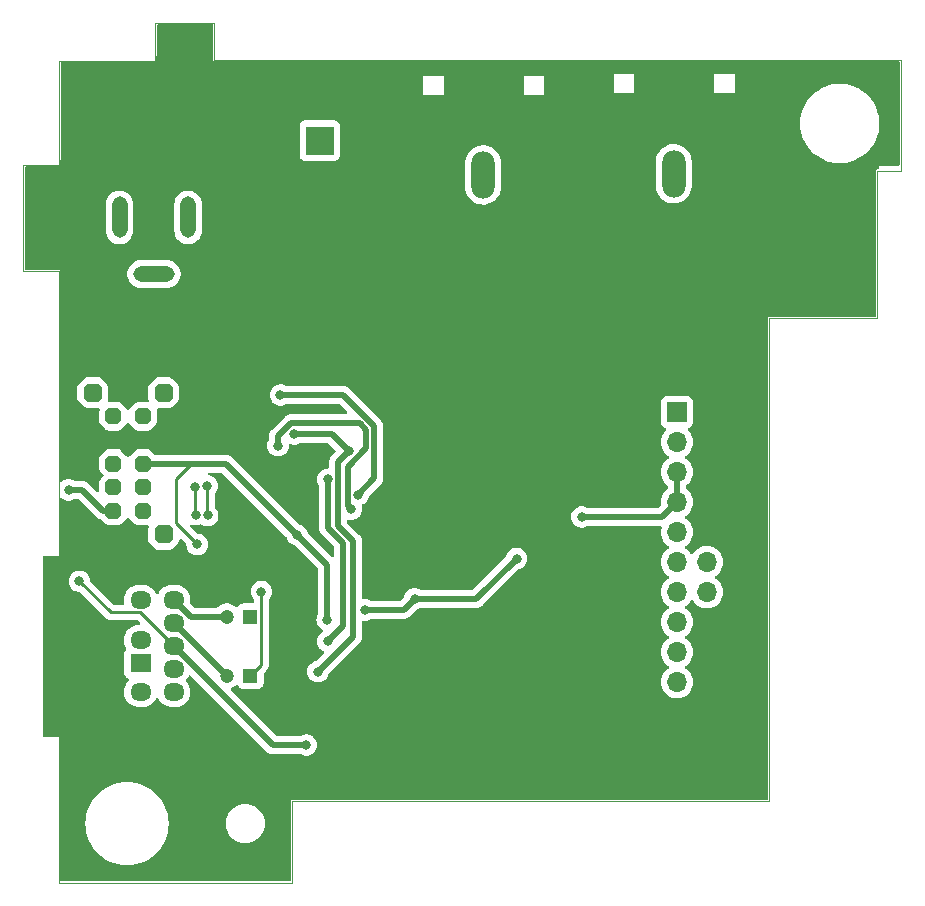
<source format=gbl>
%TF.GenerationSoftware,KiCad,Pcbnew,7.0.1-3b83917a11~172~ubuntu22.04.1*%
%TF.CreationDate,2024-01-22T22:13:39+01:00*%
%TF.ProjectId,NES_POWER_FINESSE,4e45535f-504f-4574-9552-5f46494e4553,rev?*%
%TF.SameCoordinates,Original*%
%TF.FileFunction,Copper,L2,Bot*%
%TF.FilePolarity,Positive*%
%FSLAX46Y46*%
G04 Gerber Fmt 4.6, Leading zero omitted, Abs format (unit mm)*
G04 Created by KiCad (PCBNEW 7.0.1-3b83917a11~172~ubuntu22.04.1) date 2024-01-22 22:13:39*
%MOMM*%
%LPD*%
G01*
G04 APERTURE LIST*
G04 Aperture macros list*
%AMOutline5P*
0 Free polygon, 5 corners , with rotation*
0 The origin of the aperture is its center*
0 number of corners: always 5*
0 $1 to $10 corner X, Y*
0 $11 Rotation angle, in degrees counterclockwise*
0 create outline with 5 corners*
4,1,5,$1,$2,$3,$4,$5,$6,$7,$8,$9,$10,$1,$2,$11*%
%AMOutline6P*
0 Free polygon, 6 corners , with rotation*
0 The origin of the aperture is its center*
0 number of corners: always 6*
0 $1 to $12 corner X, Y*
0 $13 Rotation angle, in degrees counterclockwise*
0 create outline with 6 corners*
4,1,6,$1,$2,$3,$4,$5,$6,$7,$8,$9,$10,$11,$12,$1,$2,$13*%
%AMOutline7P*
0 Free polygon, 7 corners , with rotation*
0 The origin of the aperture is its center*
0 number of corners: always 7*
0 $1 to $14 corner X, Y*
0 $15 Rotation angle, in degrees counterclockwise*
0 create outline with 7 corners*
4,1,7,$1,$2,$3,$4,$5,$6,$7,$8,$9,$10,$11,$12,$13,$14,$1,$2,$15*%
%AMOutline8P*
0 Free polygon, 8 corners , with rotation*
0 The origin of the aperture is its center*
0 number of corners: always 8*
0 $1 to $16 corner X, Y*
0 $17 Rotation angle, in degrees counterclockwise*
0 create outline with 8 corners*
4,1,8,$1,$2,$3,$4,$5,$6,$7,$8,$9,$10,$11,$12,$13,$14,$15,$16,$1,$2,$17*%
G04 Aperture macros list end*
%TA.AperFunction,ComponentPad*%
%ADD10O,1.308000X3.507999*%
%TD*%
%TA.AperFunction,ComponentPad*%
%ADD11O,3.507999X1.308000*%
%TD*%
%TA.AperFunction,ComponentPad*%
%ADD12R,1.800000X1.508000*%
%TD*%
%TA.AperFunction,ComponentPad*%
%ADD13O,1.800000X1.508000*%
%TD*%
%TA.AperFunction,ComponentPad*%
%ADD14C,3.516000*%
%TD*%
%TA.AperFunction,ComponentPad*%
%ADD15O,2.000000X4.000000*%
%TD*%
%TA.AperFunction,ComponentPad*%
%ADD16R,1.200000X1.200000*%
%TD*%
%TA.AperFunction,ComponentPad*%
%ADD17C,1.200000*%
%TD*%
%TA.AperFunction,ComponentPad*%
%ADD18Outline8P,-0.700000X0.350000X-0.350000X0.700000X0.350000X0.700000X0.700000X0.350000X0.700000X-0.350000X0.350000X-0.700000X-0.350000X-0.700000X-0.700000X-0.350000X270.000000*%
%TD*%
%TA.AperFunction,ComponentPad*%
%ADD19Outline8P,-0.800000X0.400000X-0.400000X0.800000X0.400000X0.800000X0.800000X0.400000X0.800000X-0.400000X0.400000X-0.800000X-0.400000X-0.800000X-0.800000X-0.400000X270.000000*%
%TD*%
%TA.AperFunction,ComponentPad*%
%ADD20Outline8P,-0.800000X0.400000X-0.400000X0.800000X0.400000X0.800000X0.800000X0.400000X0.800000X-0.400000X0.400000X-0.800000X-0.400000X-0.800000X-0.800000X-0.400000X90.000000*%
%TD*%
%TA.AperFunction,ComponentPad*%
%ADD21O,3.900000X2.500000*%
%TD*%
%TA.AperFunction,ComponentPad*%
%ADD22R,1.700000X1.700000*%
%TD*%
%TA.AperFunction,ComponentPad*%
%ADD23O,1.700000X1.700000*%
%TD*%
%TA.AperFunction,ComponentPad*%
%ADD24R,2.400000X2.400000*%
%TD*%
%TA.AperFunction,ComponentPad*%
%ADD25C,2.400000*%
%TD*%
%TA.AperFunction,ViaPad*%
%ADD26C,0.800000*%
%TD*%
%TA.AperFunction,Conductor*%
%ADD27C,0.500000*%
%TD*%
%TA.AperFunction,Conductor*%
%ADD28C,0.250000*%
%TD*%
%TA.AperFunction,Profile*%
%ADD29C,0.050000*%
%TD*%
%TA.AperFunction,Profile*%
%ADD30C,0.010000*%
%TD*%
G04 APERTURE END LIST*
D10*
%TO.P,J2,1,1*%
%TO.N,Net-(#FLG0101-pwr)*%
X129460999Y-71035900D03*
%TO.P,J2,2,2*%
%TO.N,Net-(D1-Pad4)*%
X123661000Y-71035900D03*
D11*
%TO.P,J2,3,3*%
%TO.N,unconnected-(J2-Pad3)*%
X126560999Y-75835901D03*
%TD*%
D12*
%TO.P,J9,1,1*%
%TO.N,Blue*%
X125440000Y-108810000D03*
D13*
%TO.P,J9,2,2*%
%TO.N,5V*%
X125440000Y-106810000D03*
%TO.P,J9,3,3*%
%TO.N,Green*%
X125440000Y-111210000D03*
%TO.P,J9,4,4*%
%TO.N,CVBS*%
X128240000Y-109260000D03*
%TO.P,J9,5,5*%
%TO.N,CSync*%
X128240000Y-107310000D03*
%TO.P,J9,6,6*%
%TO.N,unconnected-(J9-Pad6)*%
X125440000Y-103410000D03*
%TO.P,J9,7,7*%
%TO.N,Red*%
X128240000Y-111210000D03*
%TO.P,J9,8,8*%
%TO.N,Aud_L*%
X128240000Y-105360000D03*
%TO.P,J9,9,9*%
%TO.N,Aud_R*%
X128240000Y-103410000D03*
D14*
%TO.P,J9,S1,SHIELD*%
%TO.N,GND*%
X122990000Y-114535000D03*
%TO.P,J9,S2,SHIELD*%
X122990000Y-100085000D03*
D15*
%TO.P,J9,S3,SHIELD*%
X122090000Y-107310000D03*
%TD*%
D16*
%TO.P,C12,1*%
%TO.N,Net-(C12-Pad1)*%
X134737600Y-109840000D03*
D17*
%TO.P,C12,2*%
%TO.N,Aud_L*%
X132737600Y-109840000D03*
%TD*%
D18*
%TO.P,SW1,1,1*%
%TO.N,CSync*%
X123140000Y-87890000D03*
%TO.P,SW1,2,2*%
%TO.N,CVBS*%
X123140000Y-91890000D03*
%TO.P,SW1,3,3*%
%TO.N,CSync*%
X123140000Y-93890000D03*
%TO.P,SW1,4,4*%
%TO.N,Video Out*%
X123140000Y-95890000D03*
%TO.P,SW1,5,5*%
%TO.N,/Mono_Control*%
X125640000Y-87890000D03*
%TO.P,SW1,6,6*%
%TO.N,5V*%
X125640000Y-91890000D03*
%TO.P,SW1,7,7*%
%TO.N,/Stereo_Control*%
X125640000Y-93890000D03*
%TO.P,SW1,8,8*%
%TO.N,/Mono_Control*%
X125640000Y-95890000D03*
D19*
%TO.P,SW1,MH*%
%TO.N,N/C*%
X127390000Y-85890000D03*
X121390000Y-85890000D03*
D20*
X127390000Y-97890000D03*
%TO.N,GND*%
X121390000Y-97890000D03*
%TD*%
D21*
%TO.P,J3,1,Tip*%
%TO.N,GND*%
X154436000Y-62948000D03*
D15*
%TO.P,J3,2,Sleeve*%
%TO.N,Video Out*%
X154436000Y-67448000D03*
%TD*%
D21*
%TO.P,J5,1,Tip*%
%TO.N,GND*%
X170582000Y-62854000D03*
D15*
%TO.P,J5,2,Sleeve*%
%TO.N,Audio In*%
X170582000Y-67354000D03*
%TD*%
D16*
%TO.P,C13,1*%
%TO.N,Net-(C13-Pad1)*%
X134740000Y-104840000D03*
D17*
%TO.P,C13,2*%
%TO.N,Aud_R*%
X132740000Y-104840000D03*
%TD*%
D22*
%TO.P,J1,1,Pin_1*%
%TO.N,5VSWITCH*%
X170850000Y-87530000D03*
D23*
%TO.P,J1,2,Pin_2*%
%TO.N,GND*%
X173390000Y-87530000D03*
%TO.P,J1,3,Pin_3*%
%TO.N,5VSWITCH*%
X170850000Y-90070000D03*
%TO.P,J1,4,Pin_4*%
%TO.N,GND*%
X173390000Y-90070000D03*
%TO.P,J1,5,Pin_5*%
%TO.N,5V*%
X170850000Y-92610000D03*
%TO.P,J1,6,Pin_6*%
%TO.N,GND*%
X173390000Y-92610000D03*
%TO.P,J1,7,Pin_7*%
%TO.N,5V*%
X170850000Y-95150000D03*
%TO.P,J1,8,Pin_8*%
%TO.N,GND*%
X173390000Y-95150000D03*
%TO.P,J1,9,Pin_9*%
%TO.N,Audio In*%
X170850000Y-97690000D03*
%TO.P,J1,10,Pin_10*%
%TO.N,GND*%
X173390000Y-97690000D03*
%TO.P,J1,11,Pin_11*%
%TO.N,Red*%
X170850000Y-100230000D03*
%TO.P,J1,12,Pin_12*%
%TO.N,Video Out*%
X173390000Y-100230000D03*
%TO.P,J1,13,Pin_13*%
%TO.N,Green*%
X170850000Y-102770000D03*
%TO.P,J1,14,Pin_14*%
%TO.N,Net-(J1-Pin_14)*%
X173390000Y-102770000D03*
%TO.P,J1,15,Pin_15*%
%TO.N,Blue*%
X170850000Y-105310000D03*
%TO.P,J1,16,Pin_16*%
%TO.N,GND*%
X173390000Y-105310000D03*
%TO.P,J1,17,Pin_17*%
%TO.N,CPU2*%
X170850000Y-107850000D03*
%TO.P,J1,18,Pin_18*%
%TO.N,GND*%
X173390000Y-107850000D03*
%TO.P,J1,19,Pin_19*%
%TO.N,CPU1*%
X170850000Y-110390000D03*
%TO.P,J1,20,Pin_20*%
%TO.N,GND*%
X173390000Y-110390000D03*
%TD*%
D24*
%TO.P,C1,1*%
%TO.N,Net-(D1-+)*%
X140615000Y-64540000D03*
D25*
%TO.P,C1,2*%
%TO.N,GND*%
X135615000Y-64540000D03*
%TD*%
D26*
%TO.N,Video Out*%
X119350000Y-94110000D03*
%TO.N,GND*%
X144812696Y-108200000D03*
X160650000Y-74830000D03*
X158820000Y-82620000D03*
X130165000Y-58090000D03*
X144802696Y-105640000D03*
X147690000Y-87350000D03*
X142490000Y-75215000D03*
X149080000Y-75310000D03*
X156820000Y-82620000D03*
X138940000Y-70415000D03*
X158820000Y-81620000D03*
X144642696Y-110710000D03*
X157820000Y-81620000D03*
X149050000Y-79200000D03*
X147352696Y-112000000D03*
X157820000Y-80620000D03*
X144642696Y-113250000D03*
X146180000Y-77280000D03*
X158820000Y-76620000D03*
X157820000Y-76620000D03*
X157820000Y-82620000D03*
X147192696Y-105640000D03*
X156820000Y-81620000D03*
X152332696Y-115390000D03*
X147580000Y-89380000D03*
X158820000Y-80620000D03*
X156820000Y-80620000D03*
%TO.N,CSync*%
X120260000Y-101850000D03*
X139460000Y-115720000D03*
%TO.N,/Stereo_L*%
X140453196Y-109510000D03*
X138467696Y-89395000D03*
X143087696Y-90845000D03*
%TO.N,/Stereo_R*%
X141302696Y-106950000D03*
X141307696Y-93225000D03*
%TO.N,5V*%
X141240000Y-105140000D03*
X144472696Y-104280000D03*
X148642696Y-103340000D03*
X138690000Y-97930000D03*
X157270000Y-99940000D03*
X130230000Y-98740000D03*
X162800000Y-96400000D03*
%TO.N,Net-(C12-Pad1)*%
X131116963Y-96281212D03*
X131090000Y-93790000D03*
X135670000Y-102740000D03*
%TO.N,Net-(C13-Pad1)*%
X130120000Y-96210000D03*
X130060000Y-93830000D03*
%TO.N,Net-(U1-SIG_A_OUT_IN)*%
X137070000Y-90380000D03*
X143270000Y-95750000D03*
%TO.N,Net-(U1-SIG_B_OUT_IN)*%
X137280000Y-86080000D03*
X143860000Y-94510000D03*
%TD*%
D27*
%TO.N,Video Out*%
X122280000Y-95890000D02*
X123140000Y-95890000D01*
X120500000Y-94110000D02*
X122280000Y-95890000D01*
X119350000Y-94110000D02*
X120500000Y-94110000D01*
D28*
%TO.N,CSync*%
X122899000Y-104489000D02*
X125419000Y-104489000D01*
D27*
X139460000Y-115720000D02*
X136650000Y-115720000D01*
X136650000Y-115720000D02*
X128240000Y-107310000D01*
D28*
X125419000Y-104489000D02*
X128240000Y-107310000D01*
X120260000Y-101850000D02*
X122899000Y-104489000D01*
D27*
%TO.N,/Stereo_L*%
X141637696Y-89395000D02*
X138467696Y-89395000D01*
X143087696Y-90845000D02*
X141637696Y-89395000D01*
X142157696Y-91775000D02*
X143087696Y-90845000D01*
X140453196Y-109510000D02*
X143432696Y-106530500D01*
X142157696Y-97167082D02*
X142157696Y-91775000D01*
X143432696Y-98442082D02*
X142157696Y-97167082D01*
X143432696Y-106530500D02*
X143432696Y-98442082D01*
%TO.N,/Stereo_R*%
X141302696Y-106950000D02*
X142582696Y-105670000D01*
X142582696Y-98610000D02*
X141307696Y-97335000D01*
X141307696Y-97335000D02*
X141307696Y-93225000D01*
X142582696Y-105670000D02*
X142582696Y-98610000D01*
%TO.N,5V*%
X148642696Y-103340000D02*
X153870000Y-103340000D01*
X170850000Y-92610000D02*
X170850000Y-95150000D01*
X141240000Y-100480000D02*
X138690000Y-97930000D01*
X169600000Y-96400000D02*
X170850000Y-95150000D01*
X162800000Y-96400000D02*
X169600000Y-96400000D01*
D28*
X130230000Y-98740000D02*
X128440000Y-96950000D01*
D27*
X132650000Y-91890000D02*
X129730000Y-91890000D01*
X147702696Y-104280000D02*
X144472696Y-104280000D01*
X138690000Y-97930000D02*
X132650000Y-91890000D01*
X129730000Y-91890000D02*
X125640000Y-91890000D01*
X141240000Y-105140000D02*
X141240000Y-100480000D01*
D28*
X128440000Y-96950000D02*
X128440000Y-93180000D01*
D27*
X153870000Y-103340000D02*
X157270000Y-99940000D01*
X148642696Y-103340000D02*
X147702696Y-104280000D01*
D28*
X128440000Y-93180000D02*
X129730000Y-91890000D01*
%TO.N,Net-(C12-Pad1)*%
X135670000Y-102740000D02*
X135670000Y-108907600D01*
X131090000Y-93790000D02*
X131090000Y-96254249D01*
X135670000Y-108907600D02*
X134737600Y-109840000D01*
X131090000Y-96254249D02*
X131116963Y-96281212D01*
D27*
%TO.N,Aud_L*%
X132737600Y-109840000D02*
X128257600Y-105360000D01*
%TO.N,Aud_R*%
X132740000Y-104840000D02*
X129670000Y-104840000D01*
X129670000Y-104840000D02*
X128240000Y-103410000D01*
D28*
%TO.N,Net-(C13-Pad1)*%
X130060000Y-93830000D02*
X130060000Y-96150000D01*
X130060000Y-96150000D02*
X130120000Y-96210000D01*
D27*
%TO.N,Net-(U1-SIG_A_OUT_IN)*%
X137070000Y-89590614D02*
X138180614Y-88480000D01*
X137070000Y-90380000D02*
X137070000Y-89590614D01*
X142980000Y-95460000D02*
X143270000Y-95750000D01*
X144527696Y-90607082D02*
X142980000Y-92154778D01*
X143974778Y-88480000D02*
X144527696Y-89032918D01*
X138180614Y-88480000D02*
X143974778Y-88480000D01*
X142980000Y-92154778D02*
X142980000Y-95460000D01*
X144527696Y-89032918D02*
X144527696Y-90607082D01*
%TO.N,Net-(U1-SIG_B_OUT_IN)*%
X145227696Y-88742968D02*
X142564728Y-86080000D01*
X143860000Y-94510000D02*
X145227696Y-93142304D01*
X145227696Y-93142304D02*
X145227696Y-88742968D01*
X142564728Y-86080000D02*
X137280000Y-86080000D01*
%TD*%
%TA.AperFunction,Conductor*%
%TO.N,GND*%
G36*
X131526500Y-54707381D02*
G01*
X131572619Y-54753500D01*
X131589500Y-54816500D01*
X131589500Y-57722655D01*
X131590493Y-57725713D01*
X131602618Y-57749508D01*
X131606404Y-57754719D01*
X131625284Y-57773598D01*
X131630498Y-57777386D01*
X131654277Y-57789503D01*
X131657346Y-57790500D01*
X131674083Y-57790500D01*
X131722654Y-57790500D01*
X189613500Y-57790500D01*
X189676500Y-57807381D01*
X189722619Y-57853500D01*
X189739500Y-57916500D01*
X189739500Y-66539000D01*
X189722619Y-66602000D01*
X189676500Y-66648119D01*
X189613500Y-66665000D01*
X187965000Y-66665000D01*
X187965000Y-66863500D01*
X187948119Y-66926500D01*
X187902000Y-66972619D01*
X187839000Y-66989500D01*
X187822654Y-66989500D01*
X187757346Y-66989500D01*
X187757344Y-66989501D01*
X187754284Y-66990495D01*
X187730492Y-67002617D01*
X187725288Y-67006398D01*
X187706398Y-67025288D01*
X187702617Y-67030492D01*
X187690495Y-67054284D01*
X187689501Y-67057344D01*
X187689500Y-67057346D01*
X187689500Y-67057348D01*
X187689500Y-79363500D01*
X187672619Y-79426500D01*
X187626500Y-79472619D01*
X187563500Y-79489500D01*
X178672654Y-79489500D01*
X178607346Y-79489500D01*
X178607344Y-79489501D01*
X178604284Y-79490495D01*
X178580492Y-79502617D01*
X178575288Y-79506398D01*
X178556398Y-79525288D01*
X178552617Y-79530492D01*
X178540495Y-79554284D01*
X178539501Y-79557344D01*
X178539500Y-79557346D01*
X178539500Y-79557348D01*
X178539500Y-120243500D01*
X178522619Y-120306500D01*
X178476500Y-120352619D01*
X178413500Y-120369500D01*
X173605917Y-120369500D01*
X163655917Y-120369500D01*
X138322654Y-120369500D01*
X138257346Y-120369500D01*
X138257344Y-120369501D01*
X138254284Y-120370495D01*
X138230492Y-120382617D01*
X138225288Y-120386398D01*
X138206398Y-120405288D01*
X138202617Y-120410492D01*
X138190495Y-120434284D01*
X138189500Y-120437347D01*
X138189500Y-127143500D01*
X138172619Y-127206500D01*
X138126500Y-127252619D01*
X138063500Y-127269500D01*
X118666500Y-127269500D01*
X118603500Y-127252619D01*
X118557381Y-127206500D01*
X118540500Y-127143500D01*
X118540500Y-122370002D01*
X120764015Y-122370002D01*
X120783331Y-122738562D01*
X120841067Y-123103095D01*
X120936591Y-123459596D01*
X121068850Y-123804144D01*
X121236409Y-124132997D01*
X121437420Y-124442526D01*
X121669683Y-124729347D01*
X121930654Y-124990318D01*
X122217475Y-125222581D01*
X122527004Y-125423592D01*
X122855857Y-125591151D01*
X123200405Y-125723410D01*
X123200407Y-125723410D01*
X123200411Y-125723412D01*
X123556907Y-125818935D01*
X123921434Y-125876670D01*
X124290000Y-125895986D01*
X124658566Y-125876670D01*
X125023093Y-125818935D01*
X125379589Y-125723412D01*
X125724147Y-125591149D01*
X126052992Y-125423594D01*
X126362521Y-125222583D01*
X126362521Y-125222582D01*
X126362524Y-125222581D01*
X126649345Y-124990318D01*
X126910316Y-124729347D01*
X127142579Y-124442526D01*
X127343590Y-124132997D01*
X127387293Y-124047226D01*
X127511147Y-123804149D01*
X127643410Y-123459591D01*
X127738933Y-123103095D01*
X127796668Y-122738568D01*
X127815984Y-122370002D01*
X127815460Y-122359999D01*
X132644396Y-122359999D01*
X132664779Y-122618994D01*
X132725427Y-122871611D01*
X132824845Y-123111626D01*
X132824846Y-123111628D01*
X132960588Y-123333140D01*
X132960589Y-123333142D01*
X132960591Y-123333144D01*
X133129310Y-123530689D01*
X133263030Y-123644896D01*
X133326860Y-123699412D01*
X133548372Y-123835154D01*
X133788390Y-123934573D01*
X133961196Y-123976060D01*
X134041005Y-123995221D01*
X134073362Y-123997767D01*
X134235147Y-124010500D01*
X134364848Y-124010500D01*
X134364853Y-124010500D01*
X134558994Y-123995221D01*
X134811610Y-123934573D01*
X135051628Y-123835154D01*
X135273140Y-123699412D01*
X135470689Y-123530689D01*
X135639412Y-123333140D01*
X135775154Y-123111628D01*
X135874573Y-122871610D01*
X135935221Y-122618994D01*
X135955604Y-122360000D01*
X135935221Y-122101006D01*
X135874573Y-121848390D01*
X135775154Y-121608372D01*
X135639412Y-121386860D01*
X135639408Y-121386855D01*
X135470689Y-121189310D01*
X135273144Y-121020591D01*
X135273142Y-121020589D01*
X135273140Y-121020588D01*
X135051628Y-120884846D01*
X135008240Y-120866874D01*
X134811611Y-120785427D01*
X134558994Y-120724778D01*
X134419671Y-120713814D01*
X134364853Y-120709500D01*
X134235147Y-120709500D01*
X134183258Y-120713583D01*
X134041005Y-120724778D01*
X133788388Y-120785427D01*
X133548373Y-120884845D01*
X133326855Y-121020591D01*
X133129310Y-121189310D01*
X132960591Y-121386855D01*
X132824845Y-121608373D01*
X132725427Y-121848388D01*
X132664779Y-122101005D01*
X132644396Y-122359999D01*
X127815460Y-122359999D01*
X127796668Y-122001436D01*
X127738933Y-121636909D01*
X127643410Y-121280413D01*
X127617276Y-121212331D01*
X127511149Y-120935859D01*
X127343590Y-120607006D01*
X127142579Y-120297477D01*
X126910316Y-120010656D01*
X126649345Y-119749685D01*
X126362524Y-119517422D01*
X126052995Y-119316411D01*
X125724142Y-119148852D01*
X125379594Y-119016593D01*
X125023093Y-118921069D01*
X124658560Y-118863333D01*
X124290000Y-118844017D01*
X123921439Y-118863333D01*
X123556906Y-118921069D01*
X123200405Y-119016593D01*
X122855857Y-119148852D01*
X122527004Y-119316411D01*
X122217475Y-119517422D01*
X121930654Y-119749685D01*
X121669683Y-120010656D01*
X121437420Y-120297477D01*
X121236409Y-120607006D01*
X121068850Y-120935859D01*
X120936591Y-121280407D01*
X120841067Y-121636908D01*
X120783331Y-122001441D01*
X120764015Y-122370002D01*
X118540500Y-122370002D01*
X118540500Y-115325110D01*
X118544661Y-115304192D01*
X118544661Y-115290002D01*
X118544660Y-115290000D01*
X118544661Y-115290000D01*
X118528651Y-115251349D01*
X118528650Y-115251348D01*
X118528649Y-115251346D01*
X118527405Y-115250102D01*
X118500091Y-115209225D01*
X118490500Y-115161007D01*
X118490500Y-115015158D01*
X118490528Y-115015014D01*
X118490524Y-115015014D01*
X118490539Y-114990002D01*
X118490541Y-114990000D01*
X118490383Y-114989617D01*
X118490381Y-114989616D01*
X118490380Y-114989615D01*
X118490305Y-114989584D01*
X118490096Y-114989498D01*
X118490002Y-114989459D01*
X118465048Y-114989459D01*
X118464842Y-114989500D01*
X117316500Y-114989500D01*
X117253500Y-114972619D01*
X117207381Y-114926500D01*
X117190500Y-114863500D01*
X117190500Y-101850000D01*
X119346496Y-101850000D01*
X119366458Y-102039929D01*
X119425472Y-102221556D01*
X119520958Y-102386942D01*
X119596830Y-102471206D01*
X119648747Y-102528866D01*
X119803248Y-102641118D01*
X119977712Y-102718794D01*
X120164513Y-102758500D01*
X120220406Y-102758500D01*
X120268624Y-102768091D01*
X120309501Y-102795405D01*
X122391751Y-104877655D01*
X122404835Y-104893985D01*
X122456666Y-104942657D01*
X122459509Y-104945413D01*
X122479230Y-104965134D01*
X122482418Y-104967607D01*
X122491446Y-104975317D01*
X122523679Y-105005586D01*
X122541432Y-105015346D01*
X122557955Y-105026200D01*
X122573813Y-105038500D01*
X122573960Y-105038614D01*
X122614539Y-105056174D01*
X122625188Y-105061391D01*
X122663935Y-105082693D01*
X122663937Y-105082693D01*
X122663940Y-105082695D01*
X122683574Y-105087736D01*
X122702259Y-105094134D01*
X122720855Y-105102181D01*
X122764530Y-105109098D01*
X122776125Y-105111498D01*
X122818970Y-105122500D01*
X122839224Y-105122500D01*
X122858934Y-105124051D01*
X122878942Y-105127220D01*
X122878942Y-105127219D01*
X122878943Y-105127220D01*
X122922961Y-105123058D01*
X122934819Y-105122500D01*
X125104406Y-105122500D01*
X125152624Y-105132091D01*
X125193501Y-105159405D01*
X125366501Y-105332405D01*
X125397239Y-105382564D01*
X125401855Y-105441211D01*
X125379342Y-105495561D01*
X125334609Y-105533767D01*
X125277406Y-105547500D01*
X125237301Y-105547500D01*
X125152481Y-105555133D01*
X125067658Y-105562768D01*
X124848595Y-105623226D01*
X124643847Y-105721827D01*
X124459995Y-105855403D01*
X124302947Y-106019662D01*
X124177754Y-106209321D01*
X124088438Y-106418288D01*
X124066250Y-106515499D01*
X124042592Y-106619156D01*
X124037869Y-106639847D01*
X124027672Y-106866868D01*
X124041363Y-106967937D01*
X124058178Y-107092068D01*
X124058179Y-107092070D01*
X124128403Y-107308200D01*
X124238373Y-107512559D01*
X124253394Y-107569782D01*
X124240641Y-107627552D01*
X124202927Y-107673134D01*
X124176738Y-107692738D01*
X124089111Y-107809794D01*
X124073302Y-107852180D01*
X124038011Y-107946799D01*
X124031500Y-108007362D01*
X124031500Y-109612638D01*
X124038011Y-109673201D01*
X124043483Y-109687871D01*
X124089111Y-109810205D01*
X124176738Y-109927261D01*
X124293794Y-110014888D01*
X124293795Y-110014888D01*
X124293796Y-110014889D01*
X124406573Y-110056953D01*
X124457298Y-110091961D01*
X124485350Y-110146844D01*
X124484015Y-110208465D01*
X124453610Y-110262081D01*
X124302947Y-110419662D01*
X124177754Y-110609321D01*
X124088438Y-110818288D01*
X124067334Y-110910751D01*
X124060205Y-110941988D01*
X124037869Y-111039847D01*
X124027672Y-111266868D01*
X124041363Y-111367937D01*
X124058178Y-111492068D01*
X124058179Y-111492070D01*
X124128403Y-111708200D01*
X124183549Y-111810678D01*
X124236092Y-111908319D01*
X124377783Y-112085993D01*
X124548922Y-112235512D01*
X124744008Y-112352071D01*
X124956771Y-112431922D01*
X125096234Y-112457231D01*
X125180372Y-112472500D01*
X125180373Y-112472500D01*
X125642696Y-112472500D01*
X125642699Y-112472500D01*
X125812339Y-112457232D01*
X126031404Y-112396774D01*
X126236153Y-112298172D01*
X126420005Y-112164596D01*
X126577052Y-112000338D01*
X126702246Y-111810677D01*
X126723939Y-111759922D01*
X126768044Y-111705871D01*
X126834146Y-111683570D01*
X126901982Y-111699856D01*
X126950755Y-111749736D01*
X127036092Y-111908319D01*
X127177783Y-112085993D01*
X127348922Y-112235512D01*
X127544008Y-112352071D01*
X127756771Y-112431922D01*
X127896234Y-112457231D01*
X127980372Y-112472500D01*
X127980373Y-112472500D01*
X128442696Y-112472500D01*
X128442699Y-112472500D01*
X128612339Y-112457232D01*
X128831404Y-112396774D01*
X129036153Y-112298172D01*
X129220005Y-112164596D01*
X129377052Y-112000338D01*
X129502246Y-111810677D01*
X129591562Y-111601711D01*
X129642131Y-111380154D01*
X129652327Y-111153129D01*
X129621822Y-110927932D01*
X129568495Y-110763811D01*
X129551596Y-110711799D01*
X129443909Y-110511683D01*
X129443908Y-110511681D01*
X129302217Y-110334007D01*
X129294460Y-110327230D01*
X129257527Y-110271280D01*
X129254519Y-110204306D01*
X129286287Y-110145270D01*
X129377052Y-110050338D01*
X129502246Y-109860677D01*
X129502247Y-109860673D01*
X129502968Y-109859582D01*
X129542893Y-109821195D01*
X129595422Y-109803637D01*
X129650406Y-109810301D01*
X129697219Y-109839900D01*
X136068092Y-116210773D01*
X136080060Y-116224620D01*
X136094530Y-116244057D01*
X136094531Y-116244058D01*
X136132870Y-116276228D01*
X136140974Y-116283654D01*
X136144899Y-116287580D01*
X136169502Y-116307034D01*
X136172293Y-116309308D01*
X136231382Y-116358890D01*
X136247889Y-116369405D01*
X136249093Y-116369966D01*
X136249094Y-116369967D01*
X136311068Y-116398866D01*
X136317794Y-116402002D01*
X136321094Y-116403600D01*
X136390000Y-116438206D01*
X136408485Y-116444631D01*
X136409791Y-116444900D01*
X136409794Y-116444902D01*
X136484113Y-116460247D01*
X136487525Y-116461003D01*
X136561344Y-116478500D01*
X136561347Y-116478500D01*
X136562642Y-116478807D01*
X136582111Y-116480796D01*
X136583438Y-116480757D01*
X136583442Y-116480758D01*
X136659239Y-116478552D01*
X136662903Y-116478500D01*
X138917414Y-116478500D01*
X138956351Y-116484667D01*
X138991470Y-116502561D01*
X139003248Y-116511118D01*
X139177712Y-116588794D01*
X139364513Y-116628500D01*
X139555485Y-116628500D01*
X139555487Y-116628500D01*
X139742288Y-116588794D01*
X139916752Y-116511118D01*
X140071253Y-116398866D01*
X140199040Y-116256944D01*
X140294527Y-116091556D01*
X140353542Y-115909928D01*
X140373504Y-115720000D01*
X140353542Y-115530072D01*
X140294527Y-115348444D01*
X140294527Y-115348443D01*
X140199041Y-115183057D01*
X140071252Y-115041133D01*
X139994002Y-114985008D01*
X139916752Y-114928882D01*
X139742288Y-114851206D01*
X139555487Y-114811500D01*
X139364513Y-114811500D01*
X139239979Y-114837970D01*
X139177711Y-114851206D01*
X139090479Y-114890044D01*
X139003248Y-114928882D01*
X138991470Y-114937438D01*
X138956351Y-114955333D01*
X138917414Y-114961500D01*
X137016371Y-114961500D01*
X136968153Y-114951909D01*
X136927276Y-114924595D01*
X133086136Y-111083455D01*
X133054447Y-111030239D01*
X133051944Y-110968352D01*
X133079232Y-110912750D01*
X133129713Y-110876869D01*
X133233818Y-110836540D01*
X133408482Y-110728392D01*
X133490071Y-110654013D01*
X133543530Y-110625111D01*
X133604302Y-110624594D01*
X133658247Y-110652586D01*
X133672962Y-110673866D01*
X133675854Y-110671702D01*
X133774338Y-110803261D01*
X133891394Y-110890888D01*
X133891395Y-110890888D01*
X133891396Y-110890889D01*
X134028399Y-110941989D01*
X134088962Y-110948500D01*
X135386238Y-110948500D01*
X135446801Y-110941989D01*
X135583804Y-110890889D01*
X135700861Y-110803261D01*
X135788489Y-110686204D01*
X135839589Y-110549201D01*
X135846100Y-110488638D01*
X135846100Y-109679596D01*
X135855691Y-109631378D01*
X135883004Y-109590501D01*
X135963505Y-109509999D01*
X136058659Y-109414843D01*
X136074977Y-109401772D01*
X136077014Y-109399602D01*
X136077018Y-109399600D01*
X136123661Y-109349928D01*
X136126352Y-109347151D01*
X136146135Y-109327370D01*
X136148621Y-109324164D01*
X136156310Y-109315161D01*
X136186586Y-109282921D01*
X136196342Y-109265171D01*
X136207195Y-109248650D01*
X136219614Y-109232641D01*
X136237175Y-109192054D01*
X136242388Y-109181413D01*
X136263695Y-109142660D01*
X136268733Y-109123034D01*
X136275137Y-109104332D01*
X136277729Y-109098342D01*
X136283181Y-109085745D01*
X136290096Y-109042081D01*
X136292504Y-109030453D01*
X136303500Y-108987630D01*
X136303500Y-108967376D01*
X136305051Y-108947666D01*
X136308220Y-108927657D01*
X136304059Y-108883639D01*
X136303500Y-108871781D01*
X136303500Y-103442525D01*
X136311869Y-103397371D01*
X136335864Y-103358214D01*
X136340443Y-103353129D01*
X136409040Y-103276944D01*
X136504527Y-103111556D01*
X136563542Y-102929928D01*
X136583504Y-102740000D01*
X136563542Y-102550072D01*
X136510538Y-102386944D01*
X136504527Y-102368443D01*
X136409041Y-102203057D01*
X136281252Y-102061133D01*
X136126753Y-101948883D01*
X136126752Y-101948882D01*
X135952288Y-101871206D01*
X135765487Y-101831500D01*
X135574513Y-101831500D01*
X135487478Y-101850000D01*
X135387711Y-101871206D01*
X135213246Y-101948883D01*
X135058747Y-102061133D01*
X134930958Y-102203057D01*
X134835472Y-102368443D01*
X134776458Y-102550070D01*
X134756496Y-102740000D01*
X134776458Y-102929929D01*
X134835472Y-103111556D01*
X134930958Y-103276942D01*
X135004136Y-103358214D01*
X135028131Y-103397371D01*
X135036500Y-103442525D01*
X135036500Y-103605500D01*
X135019619Y-103668500D01*
X134973500Y-103714619D01*
X134910500Y-103731500D01*
X134091362Y-103731500D01*
X134030799Y-103738011D01*
X133893794Y-103789111D01*
X133776738Y-103876738D01*
X133678254Y-104008298D01*
X133675362Y-104006133D01*
X133660358Y-104027667D01*
X133606453Y-104055464D01*
X133545806Y-104054856D01*
X133492471Y-104025986D01*
X133410882Y-103951608D01*
X133362332Y-103921547D01*
X133236219Y-103843460D01*
X133044655Y-103769249D01*
X132990304Y-103759089D01*
X132842718Y-103731500D01*
X132637282Y-103731500D01*
X132502657Y-103756665D01*
X132435344Y-103769249D01*
X132243780Y-103843460D01*
X132069115Y-103951609D01*
X131962705Y-104048615D01*
X131923336Y-104072992D01*
X131877820Y-104081500D01*
X130036371Y-104081500D01*
X129988153Y-104071909D01*
X129947276Y-104044595D01*
X129661770Y-103759089D01*
X129629789Y-103704875D01*
X129628024Y-103641959D01*
X129642131Y-103580154D01*
X129652327Y-103353129D01*
X129621822Y-103127932D01*
X129568495Y-102963811D01*
X129551596Y-102911799D01*
X129443909Y-102711683D01*
X129443908Y-102711681D01*
X129302217Y-102534007D01*
X129131078Y-102384488D01*
X128935992Y-102267929D01*
X128723229Y-102188078D01*
X128723228Y-102188077D01*
X128723226Y-102188077D01*
X128499628Y-102147500D01*
X128499627Y-102147500D01*
X128037301Y-102147500D01*
X127952481Y-102155133D01*
X127867658Y-102162768D01*
X127648595Y-102223226D01*
X127443847Y-102321827D01*
X127259995Y-102455403D01*
X127102947Y-102619662D01*
X126977753Y-102809322D01*
X126956059Y-102860078D01*
X126911953Y-102914129D01*
X126845851Y-102936429D01*
X126778016Y-102920143D01*
X126729244Y-102870263D01*
X126696450Y-102809322D01*
X126643908Y-102711681D01*
X126502217Y-102534007D01*
X126331078Y-102384488D01*
X126135992Y-102267929D01*
X125923229Y-102188078D01*
X125923228Y-102188077D01*
X125923226Y-102188077D01*
X125699628Y-102147500D01*
X125699627Y-102147500D01*
X125237301Y-102147500D01*
X125152481Y-102155133D01*
X125067658Y-102162768D01*
X124848595Y-102223226D01*
X124643847Y-102321827D01*
X124459995Y-102455403D01*
X124302947Y-102619662D01*
X124177754Y-102809321D01*
X124088438Y-103018288D01*
X124037869Y-103239847D01*
X124027672Y-103466868D01*
X124035073Y-103521500D01*
X124058178Y-103692068D01*
X124058179Y-103692072D01*
X124059701Y-103703305D01*
X124058703Y-103703440D01*
X124062306Y-103749207D01*
X124039795Y-103803559D01*
X123995061Y-103841766D01*
X123937857Y-103855500D01*
X123213594Y-103855500D01*
X123165376Y-103845909D01*
X123124499Y-103818595D01*
X122165982Y-102860078D01*
X121207121Y-101901216D01*
X121182490Y-101866365D01*
X121170907Y-101825296D01*
X121153542Y-101660072D01*
X121094527Y-101478444D01*
X121094527Y-101478443D01*
X120999041Y-101313057D01*
X120871252Y-101171133D01*
X120716753Y-101058883D01*
X120716752Y-101058882D01*
X120542288Y-100981206D01*
X120355487Y-100941500D01*
X120164513Y-100941500D01*
X120039978Y-100967970D01*
X119977711Y-100981206D01*
X119803246Y-101058883D01*
X119648747Y-101171133D01*
X119520958Y-101313057D01*
X119425472Y-101478443D01*
X119366458Y-101660070D01*
X119346496Y-101850000D01*
X117190500Y-101850000D01*
X117190500Y-99816500D01*
X117207381Y-99753500D01*
X117253500Y-99707381D01*
X117316500Y-99690500D01*
X118464842Y-99690500D01*
X118464985Y-99690528D01*
X118464986Y-99690524D01*
X118489997Y-99690539D01*
X118490000Y-99690541D01*
X118490383Y-99690383D01*
X118490500Y-99690099D01*
X118490541Y-99690000D01*
X118490821Y-99689322D01*
X118496748Y-99652029D01*
X118514759Y-99616818D01*
X118525358Y-99602292D01*
X118525358Y-99602291D01*
X118525360Y-99602290D01*
X118540467Y-99556127D01*
X118550189Y-94898892D01*
X118568859Y-94833156D01*
X118619102Y-94786833D01*
X118686139Y-94773553D01*
X118750249Y-94797223D01*
X118893248Y-94901118D01*
X119067712Y-94978794D01*
X119254513Y-95018500D01*
X119445485Y-95018500D01*
X119445487Y-95018500D01*
X119632288Y-94978794D01*
X119806752Y-94901118D01*
X119818529Y-94892561D01*
X119853649Y-94874667D01*
X119892586Y-94868500D01*
X120133629Y-94868500D01*
X120181847Y-94878091D01*
X120222724Y-94905405D01*
X121698092Y-96380773D01*
X121710060Y-96394620D01*
X121719778Y-96407674D01*
X121724531Y-96414058D01*
X121762870Y-96446228D01*
X121770974Y-96453655D01*
X121774899Y-96457580D01*
X121799502Y-96477034D01*
X121802293Y-96479308D01*
X121861382Y-96528890D01*
X121877889Y-96539405D01*
X121879093Y-96539966D01*
X121879094Y-96539967D01*
X121943770Y-96570126D01*
X121947794Y-96572002D01*
X121951085Y-96573596D01*
X121966822Y-96581499D01*
X122020004Y-96608208D01*
X122038486Y-96614631D01*
X122039790Y-96614900D01*
X122039794Y-96614902D01*
X122073400Y-96621841D01*
X122107718Y-96634331D01*
X122137011Y-96656139D01*
X122299026Y-96818154D01*
X122459875Y-96979003D01*
X122527858Y-97031813D01*
X122527859Y-97031813D01*
X122527860Y-97031814D01*
X122662952Y-97087771D01*
X122748370Y-97098500D01*
X123531629Y-97098501D01*
X123617049Y-97087771D01*
X123752141Y-97031814D01*
X123820129Y-96978999D01*
X124229002Y-96570126D01*
X124281814Y-96502140D01*
X124281815Y-96502137D01*
X124290493Y-96490966D01*
X124334605Y-96455091D01*
X124389998Y-96442261D01*
X124445390Y-96455089D01*
X124489503Y-96490964D01*
X124551001Y-96570130D01*
X124959871Y-96979000D01*
X125027858Y-97031813D01*
X125027859Y-97031813D01*
X125027860Y-97031814D01*
X125162952Y-97087771D01*
X125248370Y-97098500D01*
X126013199Y-97098500D01*
X126072592Y-97113378D01*
X126117961Y-97154498D01*
X126138589Y-97212150D01*
X126129605Y-97272718D01*
X126092229Y-97362951D01*
X126081499Y-97448372D01*
X126081499Y-97896598D01*
X126081499Y-98331625D01*
X126092229Y-98417049D01*
X126148186Y-98552140D01*
X126148187Y-98552142D01*
X126201003Y-98620132D01*
X126659871Y-99079000D01*
X126727858Y-99131813D01*
X126727859Y-99131813D01*
X126727860Y-99131814D01*
X126862952Y-99187771D01*
X126948370Y-99198500D01*
X127831625Y-99198501D01*
X127917049Y-99187771D01*
X128052140Y-99131814D01*
X128120131Y-99078997D01*
X128579002Y-98620126D01*
X128631814Y-98552140D01*
X128687771Y-98417048D01*
X128691773Y-98385181D01*
X128719036Y-98321387D01*
X128775934Y-98281693D01*
X128845220Y-98278134D01*
X128905886Y-98311790D01*
X129282877Y-98688781D01*
X129307508Y-98723631D01*
X129319092Y-98764705D01*
X129336458Y-98929929D01*
X129395472Y-99111556D01*
X129490958Y-99276942D01*
X129490960Y-99276944D01*
X129618747Y-99418866D01*
X129773248Y-99531118D01*
X129947712Y-99608794D01*
X130134513Y-99648500D01*
X130325485Y-99648500D01*
X130325487Y-99648500D01*
X130512288Y-99608794D01*
X130686752Y-99531118D01*
X130841253Y-99418866D01*
X130969040Y-99276944D01*
X131064527Y-99111556D01*
X131123542Y-98929928D01*
X131143504Y-98740000D01*
X131123542Y-98550072D01*
X131064527Y-98368444D01*
X131064527Y-98368443D01*
X130969041Y-98203057D01*
X130875663Y-98099350D01*
X130841253Y-98061134D01*
X130686752Y-97948882D01*
X130512288Y-97871206D01*
X130325487Y-97831500D01*
X130325485Y-97831500D01*
X130269595Y-97831500D01*
X130221377Y-97821909D01*
X130180500Y-97794595D01*
X129646054Y-97260149D01*
X129612478Y-97199826D01*
X129615730Y-97130865D01*
X129654834Y-97073969D01*
X129718049Y-97046220D01*
X129786395Y-97055946D01*
X129837712Y-97078794D01*
X130024513Y-97118500D01*
X130215485Y-97118500D01*
X130215487Y-97118500D01*
X130402288Y-97078794D01*
X130501271Y-97034723D01*
X130565688Y-97024521D01*
X130626578Y-97047894D01*
X130660211Y-97072330D01*
X130834675Y-97150006D01*
X131021476Y-97189712D01*
X131212448Y-97189712D01*
X131212450Y-97189712D01*
X131399251Y-97150006D01*
X131573715Y-97072330D01*
X131728216Y-96960078D01*
X131856003Y-96818156D01*
X131951490Y-96652768D01*
X132010505Y-96471140D01*
X132030467Y-96281212D01*
X132010505Y-96091284D01*
X131976708Y-95987268D01*
X131951490Y-95909655D01*
X131856002Y-95744266D01*
X131755864Y-95633051D01*
X131731869Y-95593895D01*
X131723500Y-95548741D01*
X131723500Y-94492525D01*
X131731869Y-94447371D01*
X131755864Y-94408214D01*
X131792930Y-94367048D01*
X131829040Y-94326944D01*
X131924527Y-94161556D01*
X131983542Y-93979928D01*
X132003504Y-93790000D01*
X131983542Y-93600072D01*
X131940290Y-93466957D01*
X131924527Y-93418443D01*
X131829041Y-93253057D01*
X131701252Y-93111133D01*
X131584426Y-93026254D01*
X131546752Y-92998882D01*
X131372288Y-92921206D01*
X131261917Y-92897745D01*
X131207126Y-92871022D01*
X131171292Y-92821700D01*
X131162807Y-92761329D01*
X131183658Y-92704042D01*
X131228964Y-92663249D01*
X131288117Y-92648500D01*
X132283629Y-92648500D01*
X132331847Y-92658091D01*
X132372724Y-92685405D01*
X137769874Y-98082555D01*
X137800612Y-98132714D01*
X137855472Y-98301555D01*
X137950958Y-98466942D01*
X138078747Y-98608866D01*
X138233248Y-98721118D01*
X138407712Y-98798794D01*
X138470772Y-98812197D01*
X138504695Y-98824713D01*
X138533668Y-98846349D01*
X140444595Y-100757276D01*
X140471909Y-100798153D01*
X140481500Y-100846371D01*
X140481500Y-104603000D01*
X140464619Y-104666000D01*
X140405472Y-104768444D01*
X140346458Y-104950070D01*
X140326496Y-105140000D01*
X140346458Y-105329929D01*
X140405472Y-105511556D01*
X140500958Y-105676942D01*
X140500960Y-105676944D01*
X140628747Y-105818866D01*
X140783248Y-105931118D01*
X140817127Y-105946201D01*
X140867814Y-105987247D01*
X140891188Y-106048137D01*
X140880985Y-106112556D01*
X140839939Y-106163244D01*
X140691443Y-106271133D01*
X140563654Y-106413057D01*
X140468168Y-106578443D01*
X140409154Y-106760070D01*
X140389192Y-106950000D01*
X140409154Y-107139929D01*
X140468168Y-107321556D01*
X140563654Y-107486942D01*
X140670054Y-107605111D01*
X140691443Y-107628866D01*
X140845944Y-107741118D01*
X140888432Y-107760034D01*
X140936132Y-107797135D01*
X140961072Y-107852180D01*
X140957514Y-107912505D01*
X140926277Y-107964236D01*
X140296863Y-108593650D01*
X140267891Y-108615285D01*
X140233967Y-108627801D01*
X140170910Y-108641205D01*
X139996442Y-108718883D01*
X139841943Y-108831133D01*
X139714154Y-108973057D01*
X139618668Y-109138443D01*
X139559654Y-109320070D01*
X139556811Y-109347117D01*
X139539692Y-109510000D01*
X139544183Y-109552731D01*
X139559654Y-109699929D01*
X139618668Y-109881556D01*
X139714154Y-110046942D01*
X139781582Y-110121828D01*
X139841943Y-110188866D01*
X139996444Y-110301118D01*
X140170908Y-110378794D01*
X140357709Y-110418500D01*
X140548681Y-110418500D01*
X140548683Y-110418500D01*
X140735484Y-110378794D01*
X140909948Y-110301118D01*
X141064449Y-110188866D01*
X141192236Y-110046944D01*
X141287723Y-109881556D01*
X141342584Y-109712711D01*
X141373320Y-109662555D01*
X143923473Y-107112402D01*
X143937320Y-107100436D01*
X143956754Y-107085969D01*
X143988924Y-107047628D01*
X143996341Y-107039534D01*
X144000276Y-107035601D01*
X144019739Y-107010984D01*
X144021964Y-107008253D01*
X144070728Y-106950140D01*
X144070730Y-106950134D01*
X144071588Y-106949113D01*
X144082099Y-106932614D01*
X144082661Y-106931408D01*
X144082663Y-106931406D01*
X144114718Y-106862659D01*
X144116268Y-106859458D01*
X144150305Y-106791688D01*
X144150306Y-106791683D01*
X144150903Y-106790495D01*
X144157327Y-106772017D01*
X144157597Y-106770709D01*
X144157598Y-106770707D01*
X144172947Y-106696366D01*
X144173697Y-106692984D01*
X144191196Y-106619156D01*
X144191196Y-106619151D01*
X144191503Y-106617856D01*
X144193492Y-106598388D01*
X144193453Y-106597060D01*
X144193454Y-106597058D01*
X144191249Y-106521276D01*
X144191196Y-106517612D01*
X144191196Y-105304559D01*
X144203470Y-105250315D01*
X144237901Y-105206639D01*
X144287781Y-105182041D01*
X144343392Y-105181312D01*
X144346822Y-105182041D01*
X144377209Y-105188500D01*
X144568181Y-105188500D01*
X144568183Y-105188500D01*
X144754984Y-105148794D01*
X144929448Y-105071118D01*
X144941225Y-105062561D01*
X144976345Y-105044667D01*
X145015282Y-105038500D01*
X147638255Y-105038500D01*
X147656516Y-105039830D01*
X147680485Y-105043341D01*
X147726949Y-105039275D01*
X147730343Y-105038979D01*
X147741324Y-105038500D01*
X147746873Y-105038500D01*
X147746876Y-105038500D01*
X147777997Y-105034861D01*
X147781585Y-105034495D01*
X147857122Y-105027887D01*
X147857126Y-105027885D01*
X147858447Y-105027770D01*
X147877552Y-105023535D01*
X147878802Y-105023079D01*
X147878809Y-105023079D01*
X147950096Y-104997132D01*
X147953465Y-104995961D01*
X148025434Y-104972114D01*
X148025435Y-104972112D01*
X148026703Y-104971693D01*
X148044309Y-104963169D01*
X148045421Y-104962437D01*
X148045428Y-104962435D01*
X148108834Y-104920730D01*
X148111857Y-104918806D01*
X148123620Y-104911551D01*
X148176347Y-104879030D01*
X148176348Y-104879028D01*
X148177484Y-104878328D01*
X148192655Y-104865970D01*
X148193567Y-104865002D01*
X148193570Y-104865001D01*
X148245625Y-104809824D01*
X148248144Y-104807231D01*
X148799029Y-104256346D01*
X148827999Y-104234713D01*
X148861919Y-104222198D01*
X148924984Y-104208794D01*
X149099448Y-104131118D01*
X149111225Y-104122561D01*
X149146345Y-104104667D01*
X149185282Y-104098500D01*
X153805559Y-104098500D01*
X153823820Y-104099830D01*
X153847789Y-104103341D01*
X153894253Y-104099275D01*
X153897647Y-104098979D01*
X153908628Y-104098500D01*
X153914177Y-104098500D01*
X153914180Y-104098500D01*
X153945301Y-104094861D01*
X153948889Y-104094495D01*
X154024426Y-104087887D01*
X154024430Y-104087885D01*
X154025751Y-104087770D01*
X154044856Y-104083535D01*
X154046106Y-104083079D01*
X154046113Y-104083079D01*
X154117400Y-104057132D01*
X154120769Y-104055961D01*
X154192738Y-104032114D01*
X154192739Y-104032112D01*
X154194007Y-104031693D01*
X154211613Y-104023169D01*
X154212725Y-104022437D01*
X154212732Y-104022435D01*
X154276138Y-103980730D01*
X154279161Y-103978806D01*
X154343651Y-103939030D01*
X154343652Y-103939028D01*
X154344788Y-103938328D01*
X154359959Y-103925970D01*
X154360871Y-103925002D01*
X154360874Y-103925001D01*
X154412929Y-103869824D01*
X154415448Y-103867231D01*
X157426333Y-100856346D01*
X157455303Y-100834713D01*
X157489223Y-100822198D01*
X157552288Y-100808794D01*
X157726752Y-100731118D01*
X157881253Y-100618866D01*
X158009040Y-100476944D01*
X158104527Y-100311556D01*
X158163542Y-100129928D01*
X158183504Y-99940000D01*
X158163542Y-99750072D01*
X158115525Y-99602292D01*
X158104527Y-99568443D01*
X158009041Y-99403057D01*
X157895488Y-99276944D01*
X157881253Y-99261134D01*
X157726752Y-99148882D01*
X157552288Y-99071206D01*
X157365487Y-99031500D01*
X157174513Y-99031500D01*
X157049979Y-99057970D01*
X156987711Y-99071206D01*
X156813246Y-99148883D01*
X156658747Y-99261133D01*
X156530958Y-99403057D01*
X156435473Y-99568443D01*
X156380612Y-99737285D01*
X156349874Y-99787443D01*
X153592724Y-102544595D01*
X153551847Y-102571909D01*
X153503629Y-102581500D01*
X149185282Y-102581500D01*
X149146345Y-102575333D01*
X149111225Y-102557438D01*
X149099448Y-102548882D01*
X148924984Y-102471206D01*
X148738183Y-102431500D01*
X148547209Y-102431500D01*
X148434755Y-102455403D01*
X148360407Y-102471206D01*
X148185942Y-102548883D01*
X148031443Y-102661133D01*
X147903654Y-102803057D01*
X147808169Y-102968442D01*
X147753309Y-103137283D01*
X147722572Y-103187441D01*
X147425420Y-103484595D01*
X147384542Y-103511909D01*
X147336324Y-103521500D01*
X145015282Y-103521500D01*
X144976345Y-103515333D01*
X144941225Y-103497438D01*
X144929448Y-103488882D01*
X144754984Y-103411206D01*
X144568183Y-103371500D01*
X144377209Y-103371500D01*
X144357677Y-103375651D01*
X144343392Y-103378688D01*
X144287781Y-103377959D01*
X144237901Y-103353361D01*
X144203470Y-103309685D01*
X144191196Y-103255441D01*
X144191196Y-98506523D01*
X144192526Y-98488262D01*
X144192763Y-98486638D01*
X144196037Y-98464293D01*
X144191675Y-98414435D01*
X144191196Y-98403454D01*
X144191196Y-98397905D01*
X144187561Y-98366812D01*
X144187188Y-98363161D01*
X144184429Y-98331622D01*
X144180583Y-98287655D01*
X144180582Y-98287652D01*
X144180466Y-98286324D01*
X144176233Y-98267229D01*
X144175775Y-98265971D01*
X144175775Y-98265969D01*
X144149833Y-98194693D01*
X144148673Y-98191359D01*
X144124810Y-98119343D01*
X144124807Y-98119338D01*
X144124387Y-98118070D01*
X144115863Y-98100462D01*
X144073471Y-98036007D01*
X144071503Y-98032918D01*
X144031024Y-97967293D01*
X144018660Y-97952116D01*
X143962521Y-97899151D01*
X143959893Y-97896598D01*
X142953101Y-96889806D01*
X142925787Y-96848929D01*
X142916196Y-96800711D01*
X142916196Y-96759190D01*
X142928470Y-96704946D01*
X142962902Y-96661270D01*
X143012782Y-96636671D01*
X143068391Y-96635943D01*
X143174513Y-96658500D01*
X143365485Y-96658500D01*
X143365487Y-96658500D01*
X143552288Y-96618794D01*
X143726752Y-96541118D01*
X143881253Y-96428866D01*
X143907244Y-96400000D01*
X161886496Y-96400000D01*
X161906458Y-96589929D01*
X161965472Y-96771556D01*
X162060958Y-96936942D01*
X162159352Y-97046220D01*
X162188747Y-97078866D01*
X162343248Y-97191118D01*
X162517712Y-97268794D01*
X162704513Y-97308500D01*
X162895485Y-97308500D01*
X162895487Y-97308500D01*
X163082288Y-97268794D01*
X163256752Y-97191118D01*
X163268529Y-97182561D01*
X163303649Y-97164667D01*
X163342586Y-97158500D01*
X169421327Y-97158500D01*
X169476666Y-97171303D01*
X169520758Y-97207109D01*
X169544645Y-97258642D01*
X169543472Y-97315430D01*
X169518993Y-97412095D01*
X169505436Y-97465632D01*
X169486844Y-97690000D01*
X169505436Y-97914368D01*
X169505436Y-97914371D01*
X169505437Y-97914372D01*
X169560702Y-98132611D01*
X169651139Y-98338790D01*
X169702268Y-98417048D01*
X169774278Y-98527268D01*
X169859762Y-98620128D01*
X169926762Y-98692908D01*
X170019006Y-98764705D01*
X170104424Y-98831189D01*
X170137682Y-98849187D01*
X170185951Y-98895500D01*
X170203711Y-98959997D01*
X170185953Y-99024494D01*
X170137683Y-99070811D01*
X170104423Y-99088810D01*
X169926762Y-99227091D01*
X169774278Y-99392731D01*
X169651139Y-99581209D01*
X169560702Y-99787388D01*
X169522056Y-99940000D01*
X169505436Y-100005632D01*
X169486844Y-100230000D01*
X169505436Y-100454368D01*
X169505436Y-100454371D01*
X169505437Y-100454372D01*
X169560702Y-100672611D01*
X169651139Y-100878790D01*
X169774278Y-101067268D01*
X169926762Y-101232908D01*
X170104418Y-101371185D01*
X170104420Y-101371186D01*
X170104424Y-101371189D01*
X170137682Y-101389187D01*
X170185952Y-101435503D01*
X170203711Y-101500000D01*
X170185952Y-101564497D01*
X170137682Y-101610812D01*
X170112794Y-101624281D01*
X170104418Y-101628814D01*
X169926762Y-101767091D01*
X169774278Y-101932731D01*
X169651139Y-102121209D01*
X169560702Y-102327388D01*
X169505437Y-102545627D01*
X169505436Y-102545632D01*
X169486844Y-102770000D01*
X169505436Y-102994368D01*
X169505436Y-102994371D01*
X169505437Y-102994372D01*
X169560702Y-103212611D01*
X169651139Y-103418790D01*
X169702521Y-103497436D01*
X169774278Y-103607268D01*
X169923393Y-103769249D01*
X169926762Y-103772908D01*
X170104418Y-103911185D01*
X170104420Y-103911186D01*
X170104424Y-103911189D01*
X170137682Y-103929187D01*
X170185952Y-103975503D01*
X170203711Y-104040000D01*
X170185952Y-104104497D01*
X170137682Y-104150812D01*
X170112794Y-104164281D01*
X170104418Y-104168814D01*
X169926762Y-104307091D01*
X169774278Y-104472731D01*
X169651139Y-104661209D01*
X169560702Y-104867388D01*
X169505437Y-105085627D01*
X169505436Y-105085632D01*
X169486844Y-105310000D01*
X169505436Y-105534368D01*
X169505436Y-105534371D01*
X169505437Y-105534372D01*
X169560702Y-105752611D01*
X169651139Y-105958790D01*
X169774278Y-106147268D01*
X169926762Y-106312908D01*
X170028611Y-106392181D01*
X170104424Y-106451189D01*
X170137682Y-106469187D01*
X170185951Y-106515500D01*
X170203711Y-106579997D01*
X170185953Y-106644494D01*
X170137683Y-106690811D01*
X170104423Y-106708810D01*
X169926762Y-106847091D01*
X169774278Y-107012731D01*
X169651139Y-107201209D01*
X169560702Y-107407388D01*
X169505437Y-107625627D01*
X169505436Y-107625632D01*
X169486844Y-107850000D01*
X169505436Y-108074368D01*
X169505436Y-108074371D01*
X169505437Y-108074372D01*
X169560702Y-108292611D01*
X169651139Y-108498790D01*
X169774278Y-108687268D01*
X169926762Y-108852908D01*
X169951010Y-108871781D01*
X170104424Y-108991189D01*
X170137682Y-109009187D01*
X170185951Y-109055500D01*
X170203711Y-109119997D01*
X170185953Y-109184494D01*
X170137683Y-109230811D01*
X170104423Y-109248810D01*
X169926762Y-109387091D01*
X169774278Y-109552731D01*
X169651139Y-109741209D01*
X169560702Y-109947388D01*
X169508412Y-110153879D01*
X169505436Y-110165632D01*
X169486844Y-110390000D01*
X169505436Y-110614368D01*
X169505436Y-110614371D01*
X169505437Y-110614372D01*
X169560702Y-110832611D01*
X169651139Y-111038790D01*
X169651140Y-111038791D01*
X169774278Y-111227268D01*
X169810735Y-111266871D01*
X169926762Y-111392908D01*
X170054164Y-111492070D01*
X170104424Y-111531189D01*
X170302426Y-111638342D01*
X170515365Y-111711444D01*
X170737431Y-111748500D01*
X170962566Y-111748500D01*
X170962569Y-111748500D01*
X171184635Y-111711444D01*
X171397574Y-111638342D01*
X171595576Y-111531189D01*
X171773240Y-111392906D01*
X171925722Y-111227268D01*
X172048860Y-111038791D01*
X172139296Y-110832616D01*
X172194564Y-110614368D01*
X172213156Y-110390000D01*
X172194564Y-110165632D01*
X172139296Y-109947384D01*
X172048860Y-109741209D01*
X171925722Y-109552732D01*
X171773240Y-109387094D01*
X171773239Y-109387093D01*
X171773237Y-109387091D01*
X171595579Y-109248813D01*
X171595577Y-109248812D01*
X171595576Y-109248811D01*
X171562317Y-109230812D01*
X171514047Y-109184498D01*
X171496288Y-109120000D01*
X171514047Y-109055502D01*
X171562317Y-109009187D01*
X171595576Y-108991189D01*
X171773240Y-108852906D01*
X171925722Y-108687268D01*
X172048860Y-108498791D01*
X172139296Y-108292616D01*
X172194564Y-108074368D01*
X172213156Y-107850000D01*
X172194564Y-107625632D01*
X172139296Y-107407384D01*
X172048860Y-107201209D01*
X171925722Y-107012732D01*
X171773240Y-106847094D01*
X171773239Y-106847093D01*
X171773237Y-106847091D01*
X171595578Y-106708812D01*
X171562317Y-106690812D01*
X171514046Y-106644495D01*
X171496288Y-106579997D01*
X171514049Y-106515499D01*
X171562317Y-106469187D01*
X171595576Y-106451189D01*
X171773240Y-106312906D01*
X171925722Y-106147268D01*
X172048860Y-105958791D01*
X172139296Y-105752616D01*
X172194564Y-105534368D01*
X172213156Y-105310000D01*
X172194564Y-105085632D01*
X172139296Y-104867384D01*
X172048860Y-104661209D01*
X171925722Y-104472732D01*
X171773240Y-104307094D01*
X171773239Y-104307093D01*
X171773237Y-104307091D01*
X171595579Y-104168813D01*
X171595577Y-104168812D01*
X171595576Y-104168811D01*
X171562317Y-104150812D01*
X171514047Y-104104498D01*
X171496288Y-104040000D01*
X171514047Y-103975502D01*
X171562317Y-103929187D01*
X171595576Y-103911189D01*
X171773240Y-103772906D01*
X171925722Y-103607268D01*
X172014518Y-103471354D01*
X172060031Y-103429458D01*
X172120000Y-103414272D01*
X172179969Y-103429458D01*
X172225481Y-103471354D01*
X172314278Y-103607268D01*
X172463393Y-103769249D01*
X172466762Y-103772908D01*
X172644420Y-103911186D01*
X172644424Y-103911189D01*
X172842426Y-104018342D01*
X173055365Y-104091444D01*
X173277431Y-104128500D01*
X173502566Y-104128500D01*
X173502569Y-104128500D01*
X173724635Y-104091444D01*
X173937574Y-104018342D01*
X174135576Y-103911189D01*
X174313240Y-103772906D01*
X174465722Y-103607268D01*
X174588860Y-103418791D01*
X174679296Y-103212616D01*
X174734564Y-102994368D01*
X174753156Y-102770000D01*
X174734564Y-102545632D01*
X174679296Y-102327384D01*
X174588860Y-102121209D01*
X174465722Y-101932732D01*
X174313240Y-101767094D01*
X174313239Y-101767093D01*
X174313237Y-101767091D01*
X174135579Y-101628813D01*
X174135577Y-101628812D01*
X174135576Y-101628811D01*
X174102317Y-101610812D01*
X174054047Y-101564498D01*
X174036288Y-101500000D01*
X174054047Y-101435502D01*
X174102317Y-101389187D01*
X174135576Y-101371189D01*
X174313240Y-101232906D01*
X174465722Y-101067268D01*
X174588860Y-100878791D01*
X174679296Y-100672616D01*
X174734564Y-100454368D01*
X174753156Y-100230000D01*
X174734564Y-100005632D01*
X174679296Y-99787384D01*
X174588860Y-99581209D01*
X174465722Y-99392732D01*
X174313240Y-99227094D01*
X174313239Y-99227093D01*
X174313237Y-99227091D01*
X174135578Y-99088812D01*
X173937573Y-98981657D01*
X173786892Y-98929929D01*
X173724635Y-98908556D01*
X173502569Y-98871500D01*
X173277431Y-98871500D01*
X173055365Y-98908556D01*
X173055362Y-98908556D01*
X173055362Y-98908557D01*
X172842426Y-98981657D01*
X172644421Y-99088812D01*
X172466762Y-99227091D01*
X172314278Y-99392731D01*
X172225483Y-99528643D01*
X172179969Y-99570541D01*
X172120000Y-99585727D01*
X172060031Y-99570541D01*
X172014517Y-99528643D01*
X171942796Y-99418866D01*
X171925722Y-99392732D01*
X171773240Y-99227094D01*
X171773239Y-99227093D01*
X171773237Y-99227091D01*
X171595579Y-99088813D01*
X171595577Y-99088812D01*
X171595576Y-99088811D01*
X171562317Y-99070812D01*
X171514047Y-99024498D01*
X171496288Y-98960000D01*
X171514047Y-98895502D01*
X171562317Y-98849187D01*
X171595576Y-98831189D01*
X171773240Y-98692906D01*
X171925722Y-98527268D01*
X172048860Y-98338791D01*
X172139296Y-98132616D01*
X172194564Y-97914368D01*
X172213156Y-97690000D01*
X172194564Y-97465632D01*
X172139296Y-97247384D01*
X172048860Y-97041209D01*
X171925722Y-96852732D01*
X171773240Y-96687094D01*
X171773239Y-96687093D01*
X171773237Y-96687091D01*
X171595579Y-96548813D01*
X171595577Y-96548812D01*
X171595576Y-96548811D01*
X171562317Y-96530812D01*
X171514047Y-96484498D01*
X171496288Y-96420000D01*
X171514047Y-96355502D01*
X171562317Y-96309187D01*
X171595576Y-96291189D01*
X171773240Y-96152906D01*
X171925722Y-95987268D01*
X172048860Y-95798791D01*
X172139296Y-95592616D01*
X172194564Y-95374368D01*
X172213156Y-95150000D01*
X172194564Y-94925632D01*
X172139296Y-94707384D01*
X172048860Y-94501209D01*
X171925722Y-94312732D01*
X171773240Y-94147094D01*
X171773239Y-94147093D01*
X171773237Y-94147091D01*
X171657109Y-94056704D01*
X171621303Y-94012612D01*
X171608500Y-93957273D01*
X171608500Y-93802727D01*
X171621303Y-93747388D01*
X171657109Y-93703296D01*
X171728920Y-93647402D01*
X171773240Y-93612906D01*
X171925722Y-93447268D01*
X172048860Y-93258791D01*
X172139296Y-93052616D01*
X172194564Y-92834368D01*
X172213156Y-92610000D01*
X172194564Y-92385632D01*
X172139296Y-92167384D01*
X172048860Y-91961209D01*
X171925722Y-91772732D01*
X171773240Y-91607094D01*
X171773239Y-91607093D01*
X171773237Y-91607091D01*
X171595578Y-91468812D01*
X171562317Y-91450812D01*
X171514046Y-91404495D01*
X171496288Y-91339997D01*
X171514049Y-91275499D01*
X171562317Y-91229187D01*
X171595576Y-91211189D01*
X171773240Y-91072906D01*
X171925722Y-90907268D01*
X172048860Y-90718791D01*
X172139296Y-90512616D01*
X172194564Y-90294368D01*
X172213156Y-90070000D01*
X172194564Y-89845632D01*
X172139296Y-89627384D01*
X172048860Y-89421209D01*
X171925722Y-89232732D01*
X171782523Y-89077178D01*
X171753287Y-89023575D01*
X171752684Y-88962519D01*
X171780859Y-88908348D01*
X171831188Y-88873787D01*
X171946204Y-88830889D01*
X172063261Y-88743261D01*
X172150889Y-88626204D01*
X172201989Y-88489201D01*
X172208500Y-88428638D01*
X172208500Y-86631362D01*
X172201989Y-86570799D01*
X172150889Y-86433796D01*
X172150888Y-86433794D01*
X172063261Y-86316738D01*
X171946205Y-86229111D01*
X171877702Y-86203561D01*
X171809201Y-86178011D01*
X171748638Y-86171500D01*
X169951362Y-86171500D01*
X169890799Y-86178011D01*
X169753794Y-86229111D01*
X169636738Y-86316738D01*
X169549111Y-86433794D01*
X169504970Y-86552141D01*
X169498011Y-86570799D01*
X169491500Y-86631362D01*
X169491500Y-88428638D01*
X169498011Y-88489201D01*
X169523561Y-88557702D01*
X169549111Y-88626205D01*
X169636738Y-88743261D01*
X169753794Y-88830888D01*
X169753795Y-88830888D01*
X169753796Y-88830889D01*
X169868809Y-88873787D01*
X169919140Y-88908348D01*
X169947315Y-88962519D01*
X169946712Y-89023574D01*
X169917475Y-89077178D01*
X169774281Y-89232728D01*
X169774279Y-89232730D01*
X169774278Y-89232732D01*
X169757503Y-89258408D01*
X169651139Y-89421209D01*
X169560702Y-89627388D01*
X169505437Y-89845627D01*
X169505436Y-89845632D01*
X169486844Y-90070000D01*
X169505436Y-90294368D01*
X169505436Y-90294371D01*
X169505437Y-90294372D01*
X169560702Y-90512611D01*
X169651139Y-90718790D01*
X169774278Y-90907268D01*
X169926762Y-91072908D01*
X170002041Y-91131500D01*
X170104424Y-91211189D01*
X170137682Y-91229187D01*
X170185951Y-91275500D01*
X170203711Y-91339997D01*
X170185953Y-91404494D01*
X170137683Y-91450811D01*
X170104423Y-91468810D01*
X169926762Y-91607091D01*
X169774278Y-91772731D01*
X169651139Y-91961209D01*
X169560702Y-92167388D01*
X169505437Y-92385627D01*
X169505436Y-92385632D01*
X169486844Y-92610000D01*
X169505436Y-92834368D01*
X169505436Y-92834371D01*
X169505437Y-92834372D01*
X169560702Y-93052611D01*
X169651139Y-93258790D01*
X169733660Y-93385097D01*
X169774278Y-93447268D01*
X169914945Y-93600072D01*
X169926762Y-93612908D01*
X170042891Y-93703296D01*
X170078697Y-93747388D01*
X170091500Y-93802727D01*
X170091500Y-93957273D01*
X170078697Y-94012612D01*
X170042891Y-94056704D01*
X169926762Y-94147091D01*
X169774278Y-94312731D01*
X169651139Y-94501209D01*
X169560702Y-94707388D01*
X169510558Y-94905405D01*
X169505436Y-94925632D01*
X169501031Y-94978793D01*
X169486844Y-95150000D01*
X169504249Y-95360042D01*
X169496981Y-95413813D01*
X169467775Y-95459542D01*
X169322724Y-95604595D01*
X169281847Y-95631909D01*
X169233628Y-95641500D01*
X163342586Y-95641500D01*
X163303649Y-95635333D01*
X163268529Y-95617438D01*
X163256752Y-95608882D01*
X163082288Y-95531206D01*
X162895487Y-95491500D01*
X162704513Y-95491500D01*
X162579978Y-95517970D01*
X162517711Y-95531206D01*
X162343246Y-95608883D01*
X162188747Y-95721133D01*
X162060958Y-95863057D01*
X161965472Y-96028443D01*
X161906458Y-96210070D01*
X161886496Y-96400000D01*
X143907244Y-96400000D01*
X144009040Y-96286944D01*
X144104527Y-96121556D01*
X144163542Y-95939928D01*
X144183504Y-95750000D01*
X144163542Y-95560072D01*
X144144455Y-95501331D01*
X144140203Y-95440520D01*
X144165000Y-95384826D01*
X144213038Y-95347294D01*
X144316752Y-95301118D01*
X144471253Y-95188866D01*
X144599040Y-95046944D01*
X144694527Y-94881556D01*
X144749388Y-94712711D01*
X144780124Y-94662555D01*
X145718473Y-93724206D01*
X145732320Y-93712240D01*
X145751754Y-93697773D01*
X145783924Y-93659432D01*
X145791341Y-93651338D01*
X145795276Y-93647405D01*
X145814739Y-93622788D01*
X145816964Y-93620057D01*
X145865728Y-93561944D01*
X145865729Y-93561940D01*
X145866586Y-93560920D01*
X145877098Y-93544421D01*
X145909686Y-93474535D01*
X145911283Y-93471236D01*
X145925763Y-93442404D01*
X145945305Y-93403492D01*
X145945305Y-93403489D01*
X145945903Y-93402300D01*
X145952328Y-93383817D01*
X145952598Y-93382510D01*
X145967928Y-93308261D01*
X145968717Y-93304703D01*
X145972431Y-93289035D01*
X145986196Y-93230960D01*
X145986196Y-93230958D01*
X145986503Y-93229663D01*
X145988492Y-93210192D01*
X145988453Y-93208864D01*
X145988454Y-93208862D01*
X145986249Y-93133080D01*
X145986196Y-93129416D01*
X145986196Y-88807409D01*
X145987526Y-88789148D01*
X145987763Y-88787524D01*
X145991037Y-88765179D01*
X145986675Y-88715321D01*
X145986196Y-88704340D01*
X145986196Y-88698791D01*
X145982561Y-88667698D01*
X145982188Y-88664047D01*
X145975583Y-88588541D01*
X145975582Y-88588538D01*
X145975466Y-88587210D01*
X145971233Y-88568115D01*
X145970775Y-88566857D01*
X145970775Y-88566855D01*
X145944833Y-88495579D01*
X145943673Y-88492245D01*
X145919810Y-88420229D01*
X145919807Y-88420224D01*
X145919387Y-88418956D01*
X145910866Y-88401354D01*
X145868472Y-88336896D01*
X145866504Y-88333807D01*
X145834320Y-88281630D01*
X145826725Y-88269316D01*
X145826723Y-88269314D01*
X145826022Y-88268177D01*
X145813660Y-88253002D01*
X145757521Y-88200037D01*
X145754893Y-88197484D01*
X143146637Y-85589228D01*
X143134665Y-85575375D01*
X143120198Y-85555943D01*
X143081858Y-85523772D01*
X143073760Y-85516351D01*
X143069829Y-85512420D01*
X143061809Y-85506078D01*
X143045256Y-85492989D01*
X143042418Y-85490677D01*
X142983350Y-85441113D01*
X142966838Y-85430594D01*
X142896933Y-85397996D01*
X142893637Y-85396401D01*
X142824724Y-85361792D01*
X142806232Y-85355365D01*
X142730670Y-85339762D01*
X142727095Y-85338969D01*
X142652084Y-85321191D01*
X142632613Y-85319202D01*
X142555469Y-85321447D01*
X142551805Y-85321500D01*
X137822586Y-85321500D01*
X137783649Y-85315333D01*
X137748529Y-85297438D01*
X137736752Y-85288882D01*
X137562288Y-85211206D01*
X137375487Y-85171500D01*
X137184513Y-85171500D01*
X137059979Y-85197970D01*
X136997711Y-85211206D01*
X136823246Y-85288883D01*
X136668747Y-85401133D01*
X136540958Y-85543057D01*
X136445472Y-85708443D01*
X136386458Y-85890070D01*
X136366496Y-86080000D01*
X136386458Y-86269929D01*
X136445472Y-86451556D01*
X136540958Y-86616942D01*
X136599086Y-86681500D01*
X136668747Y-86758866D01*
X136823248Y-86871118D01*
X136997712Y-86948794D01*
X137184513Y-86988500D01*
X137375485Y-86988500D01*
X137375487Y-86988500D01*
X137562288Y-86948794D01*
X137736752Y-86871118D01*
X137748529Y-86862561D01*
X137783649Y-86844667D01*
X137822586Y-86838500D01*
X142198357Y-86838500D01*
X142246575Y-86848091D01*
X142287452Y-86875405D01*
X142918452Y-87506405D01*
X142949190Y-87556564D01*
X142953806Y-87615211D01*
X142931293Y-87669561D01*
X142886560Y-87707767D01*
X142829357Y-87721500D01*
X138245055Y-87721500D01*
X138226794Y-87720170D01*
X138202825Y-87716659D01*
X138152967Y-87721021D01*
X138141986Y-87721500D01*
X138136429Y-87721500D01*
X138105322Y-87725135D01*
X138101681Y-87725507D01*
X138024865Y-87732228D01*
X138005753Y-87736465D01*
X137933267Y-87762846D01*
X137929812Y-87764047D01*
X137856609Y-87788305D01*
X137838987Y-87796837D01*
X137774541Y-87839224D01*
X137771452Y-87841192D01*
X137705832Y-87881667D01*
X137690650Y-87894034D01*
X137637701Y-87950156D01*
X137635148Y-87952783D01*
X136579225Y-89008706D01*
X136565377Y-89020675D01*
X136545941Y-89035145D01*
X136513771Y-89073483D01*
X136506357Y-89081575D01*
X136502422Y-89085509D01*
X136482997Y-89110075D01*
X136480688Y-89112908D01*
X136431119Y-89171983D01*
X136420589Y-89188513D01*
X136387995Y-89258408D01*
X136386401Y-89261701D01*
X136351795Y-89330611D01*
X136345363Y-89349114D01*
X136329759Y-89424678D01*
X136328967Y-89428251D01*
X136311192Y-89503254D01*
X136309202Y-89522728D01*
X136311447Y-89599873D01*
X136311500Y-89603537D01*
X136311500Y-89843000D01*
X136294619Y-89906000D01*
X136235472Y-90008444D01*
X136176458Y-90190070D01*
X136156496Y-90379999D01*
X136176458Y-90569929D01*
X136235472Y-90751556D01*
X136330958Y-90916942D01*
X136330960Y-90916944D01*
X136458747Y-91058866D01*
X136613248Y-91171118D01*
X136787712Y-91248794D01*
X136974513Y-91288500D01*
X137165485Y-91288500D01*
X137165487Y-91288500D01*
X137352288Y-91248794D01*
X137526752Y-91171118D01*
X137681253Y-91058866D01*
X137809040Y-90916944D01*
X137904527Y-90751556D01*
X137963542Y-90569928D01*
X137983504Y-90380000D01*
X137983503Y-90379998D01*
X137984888Y-90366829D01*
X137985792Y-90366924D01*
X137993792Y-90316407D01*
X138034838Y-90265719D01*
X138095730Y-90242344D01*
X138160148Y-90252547D01*
X138174863Y-90259099D01*
X138185405Y-90263793D01*
X138185406Y-90263793D01*
X138185408Y-90263794D01*
X138372209Y-90303500D01*
X138563181Y-90303500D01*
X138563183Y-90303500D01*
X138749984Y-90263794D01*
X138924448Y-90186118D01*
X138936225Y-90177561D01*
X138971345Y-90159667D01*
X139010282Y-90153500D01*
X141271325Y-90153500D01*
X141319543Y-90163091D01*
X141360420Y-90190405D01*
X141925919Y-90755904D01*
X141958531Y-90812388D01*
X141958531Y-90877610D01*
X141925919Y-90934095D01*
X141666917Y-91193096D01*
X141653069Y-91205064D01*
X141633637Y-91219531D01*
X141601467Y-91257869D01*
X141594053Y-91265961D01*
X141590118Y-91269895D01*
X141570693Y-91294461D01*
X141568384Y-91297294D01*
X141518815Y-91356369D01*
X141508285Y-91372899D01*
X141475691Y-91442794D01*
X141474097Y-91446087D01*
X141439491Y-91514997D01*
X141433059Y-91533500D01*
X141417455Y-91609064D01*
X141416663Y-91612637D01*
X141398888Y-91687640D01*
X141396898Y-91707114D01*
X141399143Y-91784259D01*
X141399196Y-91787923D01*
X141399196Y-92190500D01*
X141382315Y-92253500D01*
X141336196Y-92299619D01*
X141273196Y-92316500D01*
X141212209Y-92316500D01*
X141087675Y-92342970D01*
X141025407Y-92356206D01*
X140850942Y-92433883D01*
X140696443Y-92546133D01*
X140568654Y-92688057D01*
X140473168Y-92853443D01*
X140414154Y-93035070D01*
X140401030Y-93159942D01*
X140394192Y-93225000D01*
X140395895Y-93241206D01*
X140414154Y-93414929D01*
X140473168Y-93596555D01*
X140532315Y-93699000D01*
X140549196Y-93762000D01*
X140549196Y-97270559D01*
X140547866Y-97288820D01*
X140544355Y-97312788D01*
X140548717Y-97362647D01*
X140549196Y-97373628D01*
X140549196Y-97379184D01*
X140552831Y-97410290D01*
X140553203Y-97413932D01*
X140559924Y-97490744D01*
X140564165Y-97509873D01*
X140590542Y-97582342D01*
X140591745Y-97585804D01*
X140616000Y-97659000D01*
X140624533Y-97676627D01*
X140666928Y-97741084D01*
X140668867Y-97744127D01*
X140708666Y-97808651D01*
X140709370Y-97809792D01*
X140721734Y-97824967D01*
X140722694Y-97825873D01*
X140722695Y-97825874D01*
X140770744Y-97871206D01*
X140777851Y-97877911D01*
X140780480Y-97880465D01*
X141787291Y-98887276D01*
X141814605Y-98928153D01*
X141824196Y-98976371D01*
X141824196Y-99687325D01*
X141810463Y-99744528D01*
X141772257Y-99789261D01*
X141717907Y-99811774D01*
X141659260Y-99807158D01*
X141609101Y-99776420D01*
X139610126Y-97777445D01*
X139579388Y-97727286D01*
X139524527Y-97558444D01*
X139429041Y-97393057D01*
X139301252Y-97251133D01*
X139146753Y-97138883D01*
X139146752Y-97138882D01*
X139011953Y-97078866D01*
X138972284Y-97061204D01*
X138909228Y-97047801D01*
X138875303Y-97035286D01*
X138846331Y-97013650D01*
X133231909Y-91399228D01*
X133219937Y-91385375D01*
X133205470Y-91365943D01*
X133204747Y-91365336D01*
X133167127Y-91333769D01*
X133159032Y-91326351D01*
X133155101Y-91322420D01*
X133147081Y-91316078D01*
X133130528Y-91302989D01*
X133127690Y-91300677D01*
X133068622Y-91251113D01*
X133052110Y-91240594D01*
X132982205Y-91207996D01*
X132978909Y-91206401D01*
X132909996Y-91171792D01*
X132891504Y-91165365D01*
X132815942Y-91149762D01*
X132812367Y-91148969D01*
X132737356Y-91131191D01*
X132717885Y-91129202D01*
X132640741Y-91131447D01*
X132637077Y-91131500D01*
X129818656Y-91131500D01*
X126702818Y-91131500D01*
X126654600Y-91121909D01*
X126613725Y-91094597D01*
X126320126Y-90800998D01*
X126320125Y-90800997D01*
X126320124Y-90800996D01*
X126252141Y-90748186D01*
X126117048Y-90692229D01*
X126031627Y-90681499D01*
X125248374Y-90681499D01*
X125248373Y-90681499D01*
X125248371Y-90681499D01*
X125197119Y-90687936D01*
X125162949Y-90692229D01*
X125027859Y-90748185D01*
X124959866Y-90801004D01*
X124551002Y-91209868D01*
X124489505Y-91289035D01*
X124445392Y-91324909D01*
X124390000Y-91337738D01*
X124334608Y-91324909D01*
X124290496Y-91289035D01*
X124228998Y-91209869D01*
X123820128Y-90800999D01*
X123752141Y-90748186D01*
X123617048Y-90692229D01*
X123531627Y-90681499D01*
X122748374Y-90681499D01*
X122748373Y-90681499D01*
X122748371Y-90681499D01*
X122697119Y-90687936D01*
X122662949Y-90692229D01*
X122527859Y-90748185D01*
X122459866Y-90801004D01*
X122050999Y-91209871D01*
X121998186Y-91277858D01*
X121942229Y-91412951D01*
X121931499Y-91498372D01*
X121931499Y-91918004D01*
X121931499Y-92281629D01*
X121940083Y-92349965D01*
X121942229Y-92367050D01*
X121998185Y-92502140D01*
X122051004Y-92570133D01*
X122281776Y-92800905D01*
X122314388Y-92857389D01*
X122314388Y-92922611D01*
X122281776Y-92979095D01*
X122050999Y-93209871D01*
X121998186Y-93277858D01*
X121942229Y-93412951D01*
X121931499Y-93498372D01*
X121931499Y-94164628D01*
X121917766Y-94221831D01*
X121879560Y-94266564D01*
X121825210Y-94289077D01*
X121766563Y-94284461D01*
X121716404Y-94253723D01*
X121081909Y-93619228D01*
X121069937Y-93605375D01*
X121055470Y-93585943D01*
X121017130Y-93553772D01*
X121009032Y-93546351D01*
X121005101Y-93542420D01*
X120997081Y-93536078D01*
X120980528Y-93522989D01*
X120977690Y-93520677D01*
X120918622Y-93471113D01*
X120902110Y-93460594D01*
X120832205Y-93427996D01*
X120828909Y-93426401D01*
X120759996Y-93391792D01*
X120741504Y-93385365D01*
X120665942Y-93369762D01*
X120662367Y-93368969D01*
X120587356Y-93351191D01*
X120567885Y-93349202D01*
X120490741Y-93351447D01*
X120487077Y-93351500D01*
X119892586Y-93351500D01*
X119853649Y-93345333D01*
X119818529Y-93327438D01*
X119806752Y-93318882D01*
X119632288Y-93241206D01*
X119445487Y-93201500D01*
X119254513Y-93201500D01*
X119168433Y-93219797D01*
X119067711Y-93241206D01*
X118893246Y-93318883D01*
X118753550Y-93420378D01*
X118689309Y-93444059D01*
X118622169Y-93430649D01*
X118571953Y-93384108D01*
X118553489Y-93318181D01*
X118568074Y-86331625D01*
X120081499Y-86331625D01*
X120092229Y-86417049D01*
X120129604Y-86507280D01*
X120148187Y-86552142D01*
X120201003Y-86620132D01*
X120659871Y-87079000D01*
X120727858Y-87131813D01*
X120727859Y-87131813D01*
X120727860Y-87131814D01*
X120862952Y-87187771D01*
X120948370Y-87198500D01*
X121831625Y-87198501D01*
X121831625Y-87198500D01*
X121839507Y-87198501D01*
X121839507Y-87200812D01*
X121891372Y-87207908D01*
X121942832Y-87247692D01*
X121967594Y-87307840D01*
X121959057Y-87372323D01*
X121942229Y-87412949D01*
X121931499Y-87498372D01*
X121931499Y-87894034D01*
X121931499Y-88281629D01*
X121938053Y-88333807D01*
X121942229Y-88367050D01*
X121998185Y-88502140D01*
X122051004Y-88570133D01*
X122459871Y-88979000D01*
X122527858Y-89031813D01*
X122527859Y-89031813D01*
X122527860Y-89031814D01*
X122662952Y-89087771D01*
X122748370Y-89098500D01*
X123531629Y-89098501D01*
X123617049Y-89087771D01*
X123752141Y-89031814D01*
X123820129Y-88978999D01*
X124229002Y-88570126D01*
X124281814Y-88502140D01*
X124281815Y-88502137D01*
X124290493Y-88490966D01*
X124334605Y-88455091D01*
X124389998Y-88442261D01*
X124445390Y-88455089D01*
X124489503Y-88490964D01*
X124551001Y-88570130D01*
X124959871Y-88979000D01*
X125027858Y-89031813D01*
X125027859Y-89031813D01*
X125027860Y-89031814D01*
X125162952Y-89087771D01*
X125248370Y-89098500D01*
X126031629Y-89098501D01*
X126117049Y-89087771D01*
X126252141Y-89031814D01*
X126320129Y-88978999D01*
X126729002Y-88570126D01*
X126781814Y-88502140D01*
X126837771Y-88367048D01*
X126848500Y-88281630D01*
X126848501Y-87498371D01*
X126837771Y-87412951D01*
X126820943Y-87372324D01*
X126812406Y-87307845D01*
X126837163Y-87247698D01*
X126888618Y-87207912D01*
X126940488Y-87200810D01*
X126940488Y-87198500D01*
X126948370Y-87198500D01*
X127831625Y-87198501D01*
X127917049Y-87187771D01*
X128052140Y-87131814D01*
X128120131Y-87078997D01*
X128579002Y-86620126D01*
X128631814Y-86552140D01*
X128687771Y-86417048D01*
X128698500Y-86331630D01*
X128698501Y-85448375D01*
X128687771Y-85362951D01*
X128631814Y-85227860D01*
X128618877Y-85211206D01*
X128578996Y-85159867D01*
X128120128Y-84700999D01*
X128052141Y-84648186D01*
X127917048Y-84592229D01*
X127831627Y-84581499D01*
X126948377Y-84581499D01*
X126948376Y-84581499D01*
X126862951Y-84592228D01*
X126862951Y-84592229D01*
X126727857Y-84648187D01*
X126659867Y-84701003D01*
X126200999Y-85159871D01*
X126148186Y-85227858D01*
X126092229Y-85362951D01*
X126081499Y-85448372D01*
X126081499Y-85890070D01*
X126081499Y-86331625D01*
X126081500Y-86331630D01*
X126092229Y-86417050D01*
X126129604Y-86507281D01*
X126138588Y-86567849D01*
X126117960Y-86625501D01*
X126072591Y-86666621D01*
X126013195Y-86681499D01*
X125248374Y-86681499D01*
X125248373Y-86681499D01*
X125248371Y-86681499D01*
X125197118Y-86687937D01*
X125162949Y-86692229D01*
X125027859Y-86748185D01*
X124959866Y-86801004D01*
X124551002Y-87209868D01*
X124489505Y-87289035D01*
X124445392Y-87324909D01*
X124390000Y-87337738D01*
X124334608Y-87324909D01*
X124290496Y-87289035D01*
X124228998Y-87209869D01*
X123820128Y-86800999D01*
X123752141Y-86748186D01*
X123617048Y-86692229D01*
X123531627Y-86681499D01*
X122766803Y-86681499D01*
X122707407Y-86666621D01*
X122662037Y-86625500D01*
X122641410Y-86567848D01*
X122650395Y-86507281D01*
X122687771Y-86417048D01*
X122698500Y-86331630D01*
X122698501Y-85448375D01*
X122687771Y-85362951D01*
X122631814Y-85227860D01*
X122618877Y-85211206D01*
X122578996Y-85159867D01*
X122120128Y-84700999D01*
X122052141Y-84648186D01*
X121917048Y-84592229D01*
X121831627Y-84581499D01*
X120948377Y-84581499D01*
X120948376Y-84581499D01*
X120862951Y-84592228D01*
X120862951Y-84592229D01*
X120727857Y-84648187D01*
X120659867Y-84701003D01*
X120200999Y-85159871D01*
X120148186Y-85227858D01*
X120092229Y-85362951D01*
X120081499Y-85448372D01*
X120081499Y-85890070D01*
X120081499Y-86331625D01*
X118568074Y-86331625D01*
X118589760Y-75943620D01*
X124298500Y-75943620D01*
X124338088Y-76155397D01*
X124415915Y-76356293D01*
X124497806Y-76488550D01*
X124529331Y-76539465D01*
X124674474Y-76698679D01*
X124846401Y-76828513D01*
X125037702Y-76923769D01*
X125039260Y-76924545D01*
X125164073Y-76960056D01*
X125246476Y-76983502D01*
X125273273Y-76985985D01*
X125407253Y-76998401D01*
X125407258Y-76998401D01*
X127714740Y-76998401D01*
X127714745Y-76998401D01*
X127829584Y-76987758D01*
X127875522Y-76983502D01*
X128040326Y-76936611D01*
X128082737Y-76924545D01*
X128082737Y-76924544D01*
X128082740Y-76924544D01*
X128275597Y-76828513D01*
X128447524Y-76698679D01*
X128592667Y-76539465D01*
X128706083Y-76356292D01*
X128783910Y-76155397D01*
X128823498Y-75943622D01*
X128823498Y-75728180D01*
X128783910Y-75516405D01*
X128706083Y-75315510D01*
X128592667Y-75132337D01*
X128447524Y-74973123D01*
X128447523Y-74973122D01*
X128447522Y-74973121D01*
X128275599Y-74843290D01*
X128082737Y-74747256D01*
X127875520Y-74688299D01*
X127714745Y-74673401D01*
X127714740Y-74673401D01*
X125407258Y-74673401D01*
X125407253Y-74673401D01*
X125246477Y-74688299D01*
X125039260Y-74747256D01*
X124846398Y-74843290D01*
X124674475Y-74973121D01*
X124529330Y-75132338D01*
X124415915Y-75315508D01*
X124338088Y-75516404D01*
X124332950Y-75543891D01*
X124318227Y-75622654D01*
X124298500Y-75728182D01*
X124298500Y-75943620D01*
X118589760Y-75943620D01*
X118590388Y-75643002D01*
X118590500Y-75642321D01*
X118590500Y-75589902D01*
X118590568Y-75557554D01*
X118589417Y-75554011D01*
X118577678Y-75530915D01*
X118575619Y-75528069D01*
X118575619Y-75528067D01*
X118575617Y-75528065D01*
X118573893Y-75525682D01*
X118554493Y-75506240D01*
X118549280Y-75502452D01*
X118526196Y-75490659D01*
X118522654Y-75489500D01*
X118505917Y-75489500D01*
X118489972Y-75489500D01*
X118489715Y-75489499D01*
X118438213Y-75489391D01*
X118437522Y-75489500D01*
X115775386Y-75489500D01*
X115709479Y-75470889D01*
X115663043Y-75420552D01*
X115649795Y-75353362D01*
X115665000Y-75165006D01*
X115665000Y-72189646D01*
X122498500Y-72189646D01*
X122513398Y-72350421D01*
X122572355Y-72557638D01*
X122668389Y-72750500D01*
X122798220Y-72922423D01*
X122798222Y-72922425D01*
X122957436Y-73067568D01*
X123140609Y-73180984D01*
X123341504Y-73258811D01*
X123553279Y-73298399D01*
X123768719Y-73298399D01*
X123768721Y-73298399D01*
X123980496Y-73258811D01*
X124181391Y-73180984D01*
X124364564Y-73067568D01*
X124523778Y-72922425D01*
X124653612Y-72750498D01*
X124749643Y-72557641D01*
X124808601Y-72350423D01*
X124823500Y-72189646D01*
X128298499Y-72189646D01*
X128313397Y-72350421D01*
X128372354Y-72557638D01*
X128468388Y-72750500D01*
X128598219Y-72922423D01*
X128598221Y-72922425D01*
X128757435Y-73067568D01*
X128940608Y-73180984D01*
X129141503Y-73258811D01*
X129353278Y-73298399D01*
X129568718Y-73298399D01*
X129568720Y-73298399D01*
X129780495Y-73258811D01*
X129981390Y-73180984D01*
X130164563Y-73067568D01*
X130323777Y-72922425D01*
X130453611Y-72750498D01*
X130549642Y-72557641D01*
X130608600Y-72350423D01*
X130623499Y-72189641D01*
X130623499Y-69882159D01*
X130622018Y-69866181D01*
X130608600Y-69721378D01*
X130549643Y-69514161D01*
X130515440Y-69445472D01*
X130453611Y-69321302D01*
X130404946Y-69256860D01*
X130323778Y-69149376D01*
X130222793Y-69057316D01*
X130164563Y-69004232D01*
X130072466Y-68947208D01*
X129981391Y-68890816D01*
X129780495Y-68812989D01*
X129765479Y-68810182D01*
X129568720Y-68773401D01*
X129353278Y-68773401D01*
X129212094Y-68799792D01*
X129141502Y-68812989D01*
X128940606Y-68890816D01*
X128757436Y-69004231D01*
X128598219Y-69149376D01*
X128468388Y-69321299D01*
X128372354Y-69514161D01*
X128313397Y-69721378D01*
X128298499Y-69882154D01*
X128298499Y-72189646D01*
X124823500Y-72189646D01*
X124823500Y-72189641D01*
X124823500Y-69882159D01*
X124822019Y-69866181D01*
X124808601Y-69721378D01*
X124749644Y-69514161D01*
X124715441Y-69445472D01*
X124653612Y-69321302D01*
X124604947Y-69256860D01*
X124523779Y-69149376D01*
X124422794Y-69057316D01*
X124364564Y-69004232D01*
X124272467Y-68947208D01*
X124181392Y-68890816D01*
X123980496Y-68812989D01*
X123965480Y-68810182D01*
X123768721Y-68773401D01*
X123553279Y-68773401D01*
X123412095Y-68799792D01*
X123341503Y-68812989D01*
X123140607Y-68890816D01*
X122957437Y-69004231D01*
X122798220Y-69149376D01*
X122668389Y-69321299D01*
X122572355Y-69514161D01*
X122513398Y-69721378D01*
X122498500Y-69882154D01*
X122498500Y-72189646D01*
X115665000Y-72189646D01*
X115665000Y-68508802D01*
X152927500Y-68508802D01*
X152942189Y-68690762D01*
X152942189Y-68690765D01*
X152942190Y-68690768D01*
X153000477Y-68927248D01*
X153000478Y-68927251D01*
X153095944Y-69151316D01*
X153226117Y-69357169D01*
X153387623Y-69539472D01*
X153387625Y-69539474D01*
X153576286Y-69693510D01*
X153787213Y-69815289D01*
X154014943Y-69901656D01*
X154253579Y-69950374D01*
X154496939Y-69960181D01*
X154738720Y-69930823D01*
X154972662Y-69863061D01*
X155192704Y-69758650D01*
X155393148Y-69620293D01*
X155568802Y-69451575D01*
X155715117Y-69256865D01*
X155828304Y-69041205D01*
X155905431Y-68810182D01*
X155911409Y-68773401D01*
X155944500Y-68569781D01*
X155944500Y-68414802D01*
X169073500Y-68414802D01*
X169088189Y-68596762D01*
X169088189Y-68596765D01*
X169088190Y-68596768D01*
X169111359Y-68690768D01*
X169146478Y-68833251D01*
X169241944Y-69057316D01*
X169372117Y-69263169D01*
X169455757Y-69357579D01*
X169533625Y-69445474D01*
X169722286Y-69599510D01*
X169933213Y-69721289D01*
X170160943Y-69807656D01*
X170399579Y-69856374D01*
X170642939Y-69866181D01*
X170884720Y-69836823D01*
X171118662Y-69769061D01*
X171338704Y-69664650D01*
X171539148Y-69526293D01*
X171714802Y-69357575D01*
X171861117Y-69162865D01*
X171974304Y-68947205D01*
X172051431Y-68716182D01*
X172070839Y-68596762D01*
X172090500Y-68475781D01*
X172090500Y-66293198D01*
X172082240Y-66190888D01*
X172075810Y-66111232D01*
X172017523Y-65874752D01*
X171922056Y-65650684D01*
X171791883Y-65444832D01*
X171791882Y-65444830D01*
X171630376Y-65262527D01*
X171441714Y-65108490D01*
X171230789Y-64986712D01*
X171230788Y-64986711D01*
X171230787Y-64986711D01*
X171003057Y-64900344D01*
X170764421Y-64851626D01*
X170521060Y-64841819D01*
X170521058Y-64841819D01*
X170279279Y-64871177D01*
X170045341Y-64938938D01*
X170045338Y-64938939D01*
X169977441Y-64971156D01*
X169825294Y-65043350D01*
X169624849Y-65181708D01*
X169449202Y-65350420D01*
X169449198Y-65350424D01*
X169449198Y-65350425D01*
X169378562Y-65444425D01*
X169302880Y-65545139D01*
X169189697Y-65760791D01*
X169112567Y-65991821D01*
X169073500Y-66232219D01*
X169073500Y-68414802D01*
X155944500Y-68414802D01*
X155944500Y-66387198D01*
X155932777Y-66241988D01*
X155929810Y-66205232D01*
X155871523Y-65968752D01*
X155776056Y-65744684D01*
X155700375Y-65625005D01*
X155645882Y-65538830D01*
X155484376Y-65356527D01*
X155476902Y-65350425D01*
X155295714Y-65202490D01*
X155259717Y-65181707D01*
X155084789Y-65080712D01*
X155084788Y-65080711D01*
X155084787Y-65080711D01*
X154857057Y-64994344D01*
X154618421Y-64945626D01*
X154375060Y-64935819D01*
X154375058Y-64935819D01*
X154133279Y-64965177D01*
X153899341Y-65032938D01*
X153899338Y-65032939D01*
X153831441Y-65065156D01*
X153679294Y-65137350D01*
X153478849Y-65275708D01*
X153303202Y-65444420D01*
X153303198Y-65444424D01*
X153303198Y-65444425D01*
X153227516Y-65545139D01*
X153156880Y-65639139D01*
X153043697Y-65854791D01*
X152966567Y-66085821D01*
X152927500Y-66326219D01*
X152927500Y-68508802D01*
X115665000Y-68508802D01*
X115665000Y-66816500D01*
X115681881Y-66753500D01*
X115728000Y-66707381D01*
X115791000Y-66690500D01*
X118522656Y-66690500D01*
X118525725Y-66689502D01*
X118549497Y-66677389D01*
X118552109Y-66675490D01*
X118552112Y-66675490D01*
X118552113Y-66675488D01*
X118554722Y-66673593D01*
X118573593Y-66654722D01*
X118575488Y-66652113D01*
X118575490Y-66652112D01*
X118575490Y-66652109D01*
X118577389Y-66649497D01*
X118589502Y-66625725D01*
X118590500Y-66622656D01*
X118590500Y-66291000D01*
X118607381Y-66228000D01*
X118630788Y-66204593D01*
X118628100Y-66201905D01*
X118665004Y-66165001D01*
X118665004Y-65788638D01*
X138906500Y-65788638D01*
X138913011Y-65849201D01*
X138922540Y-65874748D01*
X138964111Y-65986205D01*
X139051738Y-66103261D01*
X139168794Y-66190888D01*
X139168795Y-66190888D01*
X139168796Y-66190889D01*
X139305799Y-66241989D01*
X139366362Y-66248500D01*
X141863638Y-66248500D01*
X141924201Y-66241989D01*
X142061204Y-66190889D01*
X142178261Y-66103261D01*
X142265889Y-65986204D01*
X142316989Y-65849201D01*
X142323500Y-65788638D01*
X142323500Y-63291362D01*
X142316989Y-63230799D01*
X142265889Y-63093796D01*
X142263049Y-63090002D01*
X142263048Y-63090001D01*
X181284094Y-63090001D01*
X181303767Y-63452838D01*
X181362554Y-63811424D01*
X181459763Y-64161542D01*
X181541089Y-64365653D01*
X181594263Y-64499110D01*
X181655655Y-64614908D01*
X181764467Y-64820150D01*
X181968389Y-65120912D01*
X182104733Y-65281428D01*
X182203628Y-65397856D01*
X182467433Y-65647745D01*
X182756710Y-65867648D01*
X183068066Y-66054984D01*
X183068068Y-66054985D01*
X183068070Y-66054986D01*
X183189643Y-66111232D01*
X183397852Y-66207560D01*
X183500031Y-66241988D01*
X183742199Y-66323584D01*
X183919637Y-66362641D01*
X184097075Y-66401698D01*
X184187385Y-66411519D01*
X184458312Y-66440985D01*
X184458315Y-66440985D01*
X184821685Y-66440985D01*
X184821688Y-66440985D01*
X185038428Y-66417412D01*
X185182925Y-66401698D01*
X185537800Y-66323584D01*
X185882148Y-66207560D01*
X186211934Y-66054984D01*
X186523290Y-65867648D01*
X186812567Y-65647745D01*
X187076372Y-65397856D01*
X187311613Y-65120909D01*
X187515531Y-64820152D01*
X187685737Y-64499110D01*
X187820234Y-64161548D01*
X187917446Y-63811422D01*
X187976233Y-63452839D01*
X187995905Y-63090002D01*
X187976233Y-62727165D01*
X187917446Y-62368582D01*
X187896593Y-62293479D01*
X187820236Y-62018461D01*
X187819192Y-62015842D01*
X187685737Y-61680894D01*
X187515531Y-61359852D01*
X187311613Y-61059095D01*
X187076372Y-60782148D01*
X186812567Y-60532259D01*
X186523290Y-60312356D01*
X186211934Y-60125020D01*
X186211933Y-60125019D01*
X186211929Y-60125017D01*
X185882149Y-59972444D01*
X185537800Y-59856419D01*
X185182923Y-59778305D01*
X184821688Y-59739019D01*
X184821685Y-59739019D01*
X184458315Y-59739019D01*
X184458312Y-59739019D01*
X184097076Y-59778305D01*
X183742199Y-59856419D01*
X183397850Y-59972444D01*
X183068070Y-60125017D01*
X182756711Y-60312355D01*
X182756708Y-60312356D01*
X182756710Y-60312356D01*
X182467433Y-60532259D01*
X182203628Y-60782148D01*
X182203625Y-60782151D01*
X181968389Y-61059091D01*
X181764467Y-61359853D01*
X181594263Y-61680894D01*
X181459763Y-62018461D01*
X181362554Y-62368579D01*
X181303767Y-62727165D01*
X181284094Y-63090001D01*
X142263048Y-63090001D01*
X142178261Y-62976738D01*
X142061205Y-62889111D01*
X141992702Y-62863560D01*
X141924201Y-62838011D01*
X141863638Y-62831500D01*
X139366362Y-62831500D01*
X139305799Y-62838011D01*
X139168794Y-62889111D01*
X139051738Y-62976738D01*
X138964111Y-63093794D01*
X138913010Y-63230799D01*
X138913011Y-63230799D01*
X138906500Y-63291362D01*
X138906500Y-65788638D01*
X118665004Y-65788638D01*
X118665004Y-60648000D01*
X149285459Y-60648000D01*
X149285500Y-60648099D01*
X149285617Y-60648383D01*
X149286000Y-60648541D01*
X149286002Y-60648539D01*
X149311014Y-60648524D01*
X149311014Y-60648528D01*
X149311158Y-60648500D01*
X151060842Y-60648500D01*
X151060985Y-60648528D01*
X151060986Y-60648524D01*
X151085997Y-60648539D01*
X151086000Y-60648541D01*
X151086383Y-60648383D01*
X151086500Y-60648099D01*
X151086541Y-60648000D01*
X157785459Y-60648000D01*
X157785500Y-60648099D01*
X157785617Y-60648383D01*
X157786000Y-60648541D01*
X157786002Y-60648539D01*
X157811014Y-60648524D01*
X157811014Y-60648528D01*
X157811158Y-60648500D01*
X159560842Y-60648500D01*
X159560985Y-60648528D01*
X159560986Y-60648524D01*
X159585997Y-60648539D01*
X159586000Y-60648541D01*
X159586383Y-60648383D01*
X159586500Y-60648099D01*
X159586541Y-60648000D01*
X159586541Y-60623048D01*
X159586500Y-60622842D01*
X159586500Y-60554000D01*
X165431459Y-60554000D01*
X165431500Y-60554099D01*
X165431617Y-60554383D01*
X165432000Y-60554541D01*
X165432002Y-60554539D01*
X165457014Y-60554524D01*
X165457014Y-60554528D01*
X165457158Y-60554500D01*
X167206842Y-60554500D01*
X167206985Y-60554528D01*
X167206986Y-60554524D01*
X167231997Y-60554539D01*
X167232000Y-60554541D01*
X167232383Y-60554383D01*
X167232500Y-60554099D01*
X167232541Y-60554000D01*
X173931459Y-60554000D01*
X173931500Y-60554099D01*
X173931617Y-60554383D01*
X173932000Y-60554541D01*
X173932002Y-60554539D01*
X173957014Y-60554524D01*
X173957014Y-60554528D01*
X173957158Y-60554500D01*
X175706842Y-60554500D01*
X175706985Y-60554528D01*
X175706986Y-60554524D01*
X175731997Y-60554539D01*
X175732000Y-60554541D01*
X175732383Y-60554383D01*
X175732500Y-60554099D01*
X175732541Y-60554000D01*
X175732541Y-60529048D01*
X175732500Y-60528842D01*
X175732500Y-58879158D01*
X175732528Y-58879014D01*
X175732524Y-58879014D01*
X175732539Y-58854002D01*
X175732541Y-58854000D01*
X175732383Y-58853617D01*
X175732381Y-58853616D01*
X175732380Y-58853615D01*
X175732305Y-58853584D01*
X175732096Y-58853498D01*
X175732002Y-58853459D01*
X175707048Y-58853459D01*
X175706842Y-58853500D01*
X173957158Y-58853500D01*
X173956952Y-58853459D01*
X173931998Y-58853459D01*
X173931901Y-58853499D01*
X173931696Y-58853584D01*
X173931618Y-58853615D01*
X173931617Y-58853617D01*
X173931459Y-58854000D01*
X173931476Y-58879014D01*
X173931471Y-58879014D01*
X173931500Y-58879158D01*
X173931500Y-60528842D01*
X173931459Y-60529048D01*
X173931459Y-60554000D01*
X167232541Y-60554000D01*
X167232541Y-60529048D01*
X167232500Y-60528842D01*
X167232500Y-58879158D01*
X167232528Y-58879014D01*
X167232524Y-58879014D01*
X167232539Y-58854002D01*
X167232541Y-58854000D01*
X167232383Y-58853617D01*
X167232381Y-58853616D01*
X167232380Y-58853615D01*
X167232305Y-58853584D01*
X167232096Y-58853498D01*
X167232002Y-58853459D01*
X167207048Y-58853459D01*
X167206842Y-58853500D01*
X165457158Y-58853500D01*
X165456952Y-58853459D01*
X165431998Y-58853459D01*
X165431901Y-58853499D01*
X165431696Y-58853584D01*
X165431618Y-58853615D01*
X165431617Y-58853617D01*
X165431459Y-58854000D01*
X165431476Y-58879014D01*
X165431471Y-58879014D01*
X165431500Y-58879158D01*
X165431500Y-60528842D01*
X165431459Y-60529048D01*
X165431459Y-60554000D01*
X159586500Y-60554000D01*
X159586500Y-58973158D01*
X159586528Y-58973014D01*
X159586524Y-58973014D01*
X159586539Y-58948002D01*
X159586541Y-58948000D01*
X159586383Y-58947617D01*
X159586381Y-58947616D01*
X159586380Y-58947615D01*
X159586305Y-58947584D01*
X159586096Y-58947498D01*
X159586002Y-58947459D01*
X159561048Y-58947459D01*
X159560842Y-58947500D01*
X157811158Y-58947500D01*
X157810952Y-58947459D01*
X157785998Y-58947459D01*
X157785901Y-58947499D01*
X157785696Y-58947584D01*
X157785618Y-58947615D01*
X157785617Y-58947617D01*
X157785459Y-58948000D01*
X157785476Y-58973014D01*
X157785471Y-58973014D01*
X157785500Y-58973158D01*
X157785500Y-60622842D01*
X157785459Y-60623048D01*
X157785459Y-60648000D01*
X151086541Y-60648000D01*
X151086541Y-60623048D01*
X151086500Y-60622842D01*
X151086500Y-58973158D01*
X151086528Y-58973014D01*
X151086524Y-58973014D01*
X151086539Y-58948002D01*
X151086541Y-58948000D01*
X151086383Y-58947617D01*
X151086381Y-58947616D01*
X151086380Y-58947615D01*
X151086305Y-58947584D01*
X151086096Y-58947498D01*
X151086002Y-58947459D01*
X151061048Y-58947459D01*
X151060842Y-58947500D01*
X149311158Y-58947500D01*
X149310952Y-58947459D01*
X149285998Y-58947459D01*
X149285901Y-58947499D01*
X149285696Y-58947584D01*
X149285618Y-58947615D01*
X149285617Y-58947617D01*
X149285459Y-58948000D01*
X149285476Y-58973014D01*
X149285471Y-58973014D01*
X149285500Y-58973158D01*
X149285500Y-60622842D01*
X149285459Y-60623048D01*
X149285459Y-60648000D01*
X118665004Y-60648000D01*
X118665004Y-58016500D01*
X118681885Y-57953500D01*
X118728004Y-57907381D01*
X118791004Y-57890500D01*
X126672656Y-57890500D01*
X126675725Y-57889502D01*
X126699497Y-57877389D01*
X126702109Y-57875490D01*
X126702112Y-57875490D01*
X126702113Y-57875488D01*
X126704722Y-57873593D01*
X126723593Y-57854722D01*
X126725488Y-57852113D01*
X126725490Y-57852112D01*
X126725490Y-57852109D01*
X126727389Y-57849497D01*
X126739502Y-57825725D01*
X126740500Y-57822656D01*
X126740500Y-57491002D01*
X126757381Y-57428002D01*
X126780784Y-57404598D01*
X126778093Y-57401907D01*
X126814997Y-57365002D01*
X126815000Y-54816500D01*
X126831881Y-54753500D01*
X126878000Y-54707381D01*
X126941000Y-54690500D01*
X131463500Y-54690500D01*
X131526500Y-54707381D01*
G37*
%TD.AperFunction*%
%TD*%
D29*
X118490000Y-127370000D02*
X118490000Y-114990000D01*
X187790000Y-79590000D02*
X178640000Y-79590000D01*
X178640000Y-120470000D02*
X173590000Y-120470000D01*
X173590000Y-120470000D02*
X163640000Y-120470000D01*
X117190000Y-114990000D02*
X118490000Y-114990000D01*
X126640000Y-54590000D02*
X131690000Y-54590000D01*
X118490000Y-66590000D02*
X118490000Y-57790000D01*
X163640000Y-120470000D02*
X138290000Y-120470000D01*
X189840000Y-57690000D02*
X189840000Y-67090000D01*
X118490000Y-57790000D02*
X126640000Y-57790000D01*
X131690000Y-57690000D02*
X189840000Y-57690000D01*
X117190000Y-114990000D02*
X117190000Y-99690000D01*
X189840000Y-67090000D02*
X187790000Y-67090000D01*
X138290000Y-120470000D02*
X138290000Y-127370000D01*
X117190000Y-99690000D02*
X118490000Y-99690000D01*
X187790000Y-67090000D02*
X187790000Y-79590000D01*
X118490000Y-75590000D02*
X115490000Y-75590000D01*
X115490000Y-66590000D02*
X118490000Y-66590000D01*
X115490000Y-75590000D02*
X115490000Y-66590000D01*
X118490000Y-99690000D02*
X118490000Y-75590000D01*
X126640000Y-57790000D02*
X126640000Y-54590000D01*
X138290000Y-127370000D02*
X118490000Y-127370000D01*
X131690000Y-54590000D02*
X131690000Y-57690000D01*
X178640000Y-79590000D02*
X178640000Y-120470000D01*
D30*
%TO.C,J3*%
X149286000Y-60648000D02*
X151086000Y-60648000D01*
X151086000Y-60648000D02*
X151086000Y-58948000D01*
X157786000Y-60648000D02*
X159586000Y-60648000D01*
X159586000Y-60648000D02*
X159586000Y-58948000D01*
X149286000Y-58948000D02*
X149286000Y-60648000D01*
X151086000Y-58948000D02*
X149286000Y-58948000D01*
X157786000Y-58948000D02*
X157786000Y-60648000D01*
X159586000Y-58948000D02*
X157786000Y-58948000D01*
%TO.C,J5*%
X165432000Y-60554000D02*
X167232000Y-60554000D01*
X167232000Y-60554000D02*
X167232000Y-58854000D01*
X173932000Y-60554000D02*
X175732000Y-60554000D01*
X175732000Y-60554000D02*
X175732000Y-58854000D01*
X165432000Y-58854000D02*
X165432000Y-60554000D01*
X167232000Y-58854000D02*
X165432000Y-58854000D01*
X173932000Y-58854000D02*
X173932000Y-60554000D01*
X175732000Y-58854000D02*
X173932000Y-58854000D01*
%TD*%
M02*

</source>
